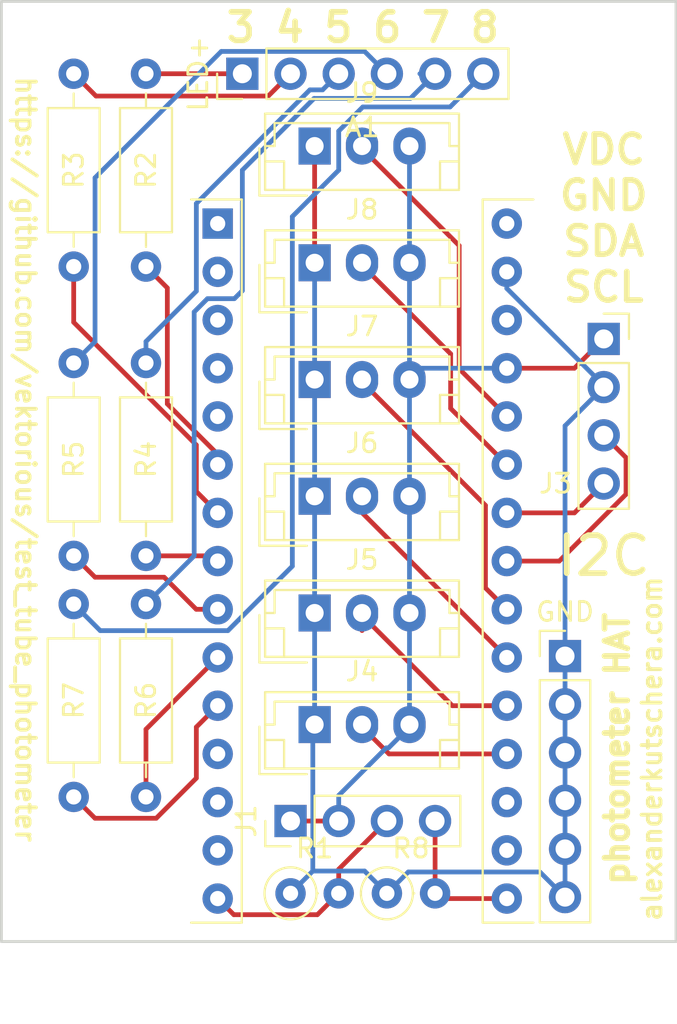
<source format=kicad_pcb>
(kicad_pcb (version 20171130) (host pcbnew "(5.1.12)-1")

  (general
    (thickness 1.6)
    (drawings 10)
    (tracks 140)
    (zones 0)
    (modules 21)
    (nets 25)
  )

  (page A4)
  (layers
    (0 F.Cu signal)
    (31 B.Cu signal)
    (32 B.Adhes user hide)
    (33 F.Adhes user hide)
    (34 B.Paste user hide)
    (35 F.Paste user hide)
    (36 B.SilkS user hide)
    (37 F.SilkS user hide)
    (38 B.Mask user hide)
    (39 F.Mask user hide)
    (40 Dwgs.User user hide)
    (41 Cmts.User user hide)
    (42 Eco1.User user hide)
    (43 Eco2.User user hide)
    (44 Edge.Cuts user)
    (45 Margin user hide)
    (46 B.CrtYd user hide)
    (47 F.CrtYd user hide)
    (48 B.Fab user hide)
    (49 F.Fab user hide)
  )

  (setup
    (last_trace_width 0.25)
    (trace_clearance 0.2)
    (zone_clearance 0.508)
    (zone_45_only no)
    (trace_min 0.2)
    (via_size 0.8)
    (via_drill 0.4)
    (via_min_size 0.4)
    (via_min_drill 0.3)
    (uvia_size 0.3)
    (uvia_drill 0.1)
    (uvias_allowed no)
    (uvia_min_size 0.2)
    (uvia_min_drill 0.1)
    (edge_width 0.15)
    (segment_width 0.2)
    (pcb_text_width 0.3)
    (pcb_text_size 1.5 1.5)
    (mod_edge_width 0.15)
    (mod_text_size 1 1)
    (mod_text_width 0.15)
    (pad_size 1.524 1.524)
    (pad_drill 0.762)
    (pad_to_mask_clearance 0.2)
    (aux_axis_origin 0 0)
    (visible_elements 7FFFFFFF)
    (pcbplotparams
      (layerselection 0x030ff_ffffffff)
      (usegerberextensions false)
      (usegerberattributes false)
      (usegerberadvancedattributes false)
      (creategerberjobfile false)
      (excludeedgelayer true)
      (linewidth 0.100000)
      (plotframeref false)
      (viasonmask false)
      (mode 1)
      (useauxorigin false)
      (hpglpennumber 1)
      (hpglpenspeed 20)
      (hpglpendiameter 15.000000)
      (psnegative false)
      (psa4output false)
      (plotreference true)
      (plotvalue true)
      (plotinvisibletext false)
      (padsonsilk false)
      (subtractmaskfromsilk false)
      (outputformat 1)
      (mirror false)
      (drillshape 0)
      (scaleselection 1)
      (outputdirectory "tt_nano_HAT_gerbers/"))
  )

  (net 0 "")
  (net 1 "Net-(A1-Pad19)")
  (net 2 "Net-(A1-Pad20)")
  (net 3 "Net-(A1-Pad21)")
  (net 4 "Net-(A1-Pad6)")
  (net 5 "Net-(A1-Pad22)")
  (net 6 "Net-(A1-Pad7)")
  (net 7 "Net-(A1-Pad23)")
  (net 8 "Net-(A1-Pad8)")
  (net 9 "Net-(A1-Pad24)")
  (net 10 "Net-(A1-Pad9)")
  (net 11 "Net-(A1-Pad25)")
  (net 12 "Net-(A1-Pad10)")
  (net 13 "Net-(A1-Pad26)")
  (net 14 "Net-(A1-Pad11)")
  (net 15 "Net-(A1-Pad27)")
  (net 16 "Net-(A1-Pad29)")
  (net 17 "Net-(A1-Pad15)")
  (net 18 "Net-(A1-Pad16)")
  (net 19 "Net-(J2-Pad1)")
  (net 20 "Net-(J2-Pad2)")
  (net 21 "Net-(J2-Pad3)")
  (net 22 "Net-(J2-Pad4)")
  (net 23 "Net-(J2-Pad5)")
  (net 24 "Net-(J2-Pad6)")

  (net_class Default "Dies ist die voreingestellte Netzklasse."
    (clearance 0.2)
    (trace_width 0.25)
    (via_dia 0.8)
    (via_drill 0.4)
    (uvia_dia 0.3)
    (uvia_drill 0.1)
    (add_net "Net-(A1-Pad10)")
    (add_net "Net-(A1-Pad11)")
    (add_net "Net-(A1-Pad15)")
    (add_net "Net-(A1-Pad16)")
    (add_net "Net-(A1-Pad19)")
    (add_net "Net-(A1-Pad20)")
    (add_net "Net-(A1-Pad21)")
    (add_net "Net-(A1-Pad22)")
    (add_net "Net-(A1-Pad23)")
    (add_net "Net-(A1-Pad24)")
    (add_net "Net-(A1-Pad25)")
    (add_net "Net-(A1-Pad26)")
    (add_net "Net-(A1-Pad27)")
    (add_net "Net-(A1-Pad29)")
    (add_net "Net-(A1-Pad6)")
    (add_net "Net-(A1-Pad7)")
    (add_net "Net-(A1-Pad8)")
    (add_net "Net-(A1-Pad9)")
    (add_net "Net-(J2-Pad1)")
    (add_net "Net-(J2-Pad2)")
    (add_net "Net-(J2-Pad3)")
    (add_net "Net-(J2-Pad4)")
    (add_net "Net-(J2-Pad5)")
    (add_net "Net-(J2-Pad6)")
  )

  (module MountingHole:MountingHole_2.5mm (layer F.Cu) (tedit 5C7EDEBA) (tstamp 5C8B2321)
    (at 154.67 87.9)
    (descr "Mounting Hole 2.5mm, no annular")
    (tags "mounting hole 2.5mm no annular")
    (attr virtual)
    (fp_text reference "" (at 0 -3.5) (layer F.SilkS)
      (effects (font (size 1 1) (thickness 0.15)))
    )
    (fp_text value MountingHole_2.5mm (at 0 3.5) (layer F.Fab)
      (effects (font (size 1 1) (thickness 0.15)))
    )
    (fp_circle (center 0 0) (end 2.75 0) (layer F.CrtYd) (width 0.05))
    (fp_circle (center 0 0) (end 2.5 0) (layer Cmts.User) (width 0.15))
    (fp_text user %R (at 0.3 0) (layer F.Fab)
      (effects (font (size 1 1) (thickness 0.15)))
    )
    (pad 1 np_thru_hole circle (at 0 0) (size 2.5 2.5) (drill 2.5) (layers *.Cu *.Mask))
  )

  (module Module:Arduino_Nano2 (layer F.Cu) (tedit 5BF973D9) (tstamp 5C05A1FC)
    (at 162.53 53.615001)
    (descr "Arduino Nano, http://www.mouser.com/pdfdocs/Gravitech_Arduino_Nano3_0.pdf")
    (tags "Arduino Nano")
    (path /5BEB4545)
    (fp_text reference A1 (at 7.62 -5.08) (layer F.SilkS)
      (effects (font (size 1 1) (thickness 0.15)))
    )
    (fp_text value Arduino_Nano_v3.x (at 8.89 19.05 90) (layer F.Fab)
      (effects (font (size 1 1) (thickness 0.15)))
    )
    (fp_line (start 16.75 42.16) (end -1.53 42.16) (layer F.CrtYd) (width 0.05))
    (fp_line (start 16.75 42.16) (end 16.75 -4.06) (layer F.CrtYd) (width 0.05))
    (fp_line (start -1.53 -4.06) (end -1.53 42.16) (layer F.CrtYd) (width 0.05))
    (fp_line (start -1.53 -4.06) (end 16.75 -4.06) (layer F.CrtYd) (width 0.05))
    (fp_line (start 16.51 -3.81) (end 16.51 39.37) (layer F.Fab) (width 0.1))
    (fp_line (start 0 -3.81) (end 16.51 -3.81) (layer F.Fab) (width 0.1))
    (fp_line (start -1.27 -2.54) (end 0 -3.81) (layer F.Fab) (width 0.1))
    (fp_line (start -1.27 39.37) (end -1.27 -2.54) (layer F.Fab) (width 0.1))
    (fp_line (start 16.51 39.37) (end -1.27 39.37) (layer F.Fab) (width 0.1))
    (fp_line (start 3.81 41.91) (end 3.81 31.75) (layer F.Fab) (width 0.1))
    (fp_line (start 11.43 41.91) (end 3.81 41.91) (layer F.Fab) (width 0.1))
    (fp_line (start 11.43 31.75) (end 11.43 41.91) (layer F.Fab) (width 0.1))
    (fp_line (start 3.81 31.75) (end 11.43 31.75) (layer F.Fab) (width 0.1))
    (fp_line (start 1.27 36.83) (end -1.4 36.83) (layer F.SilkS) (width 0.12))
    (fp_line (start 1.27 1.27) (end 1.27 36.83) (layer F.SilkS) (width 0.12))
    (fp_line (start 13.97 36.83) (end 16.64 36.83) (layer F.SilkS) (width 0.12))
    (fp_line (start 13.97 -1.27) (end 13.97 36.83) (layer F.SilkS) (width 0.12))
    (fp_line (start 13.97 -1.27) (end 16.64 -1.27) (layer F.SilkS) (width 0.12))
    (fp_line (start 1.27 -1.27) (end -1.4 -1.27) (layer F.SilkS) (width 0.12))
    (fp_line (start 1.27 1.27) (end 1.27 -1.27) (layer F.SilkS) (width 0.12))
    (fp_text user %R (at 6.35 19.05 90) (layer F.Fab)
      (effects (font (size 1 1) (thickness 0.15)))
    )
    (pad 1 thru_hole rect (at 0 0) (size 1.6 1.6) (drill 0.8) (layers *.Cu *.Mask))
    (pad 17 thru_hole oval (at 15.24 33.02) (size 1.6 1.6) (drill 0.8) (layers *.Cu *.Mask))
    (pad 2 thru_hole oval (at 0 2.54) (size 1.6 1.6) (drill 0.8) (layers *.Cu *.Mask))
    (pad 18 thru_hole oval (at 15.24 30.48) (size 1.6 1.6) (drill 0.8) (layers *.Cu *.Mask))
    (pad 3 thru_hole oval (at 0 5.08) (size 1.6 1.6) (drill 0.8) (layers *.Cu *.Mask))
    (pad 19 thru_hole oval (at 15.24 27.94) (size 1.6 1.6) (drill 0.8) (layers *.Cu *.Mask)
      (net 1 "Net-(A1-Pad19)"))
    (pad 4 thru_hole oval (at 0 7.62) (size 1.6 1.6) (drill 0.8) (layers *.Cu *.Mask))
    (pad 20 thru_hole oval (at 15.24 25.4) (size 1.6 1.6) (drill 0.8) (layers *.Cu *.Mask)
      (net 2 "Net-(A1-Pad20)"))
    (pad 5 thru_hole oval (at 0 10.16) (size 1.6 1.6) (drill 0.8) (layers *.Cu *.Mask))
    (pad 21 thru_hole oval (at 15.24 22.86) (size 1.6 1.6) (drill 0.8) (layers *.Cu *.Mask)
      (net 3 "Net-(A1-Pad21)"))
    (pad 6 thru_hole oval (at 0 12.7) (size 1.6 1.6) (drill 0.8) (layers *.Cu *.Mask)
      (net 4 "Net-(A1-Pad6)"))
    (pad 22 thru_hole oval (at 15.24 20.32) (size 1.6 1.6) (drill 0.8) (layers *.Cu *.Mask)
      (net 5 "Net-(A1-Pad22)"))
    (pad 7 thru_hole oval (at 0 15.24) (size 1.6 1.6) (drill 0.8) (layers *.Cu *.Mask)
      (net 6 "Net-(A1-Pad7)"))
    (pad 23 thru_hole oval (at 15.24 17.78) (size 1.6 1.6) (drill 0.8) (layers *.Cu *.Mask)
      (net 7 "Net-(A1-Pad23)"))
    (pad 8 thru_hole oval (at 0 17.78) (size 1.6 1.6) (drill 0.8) (layers *.Cu *.Mask)
      (net 8 "Net-(A1-Pad8)"))
    (pad 24 thru_hole oval (at 15.24 15.24) (size 1.6 1.6) (drill 0.8) (layers *.Cu *.Mask)
      (net 9 "Net-(A1-Pad24)"))
    (pad 9 thru_hole oval (at 0 20.32) (size 1.6 1.6) (drill 0.8) (layers *.Cu *.Mask)
      (net 10 "Net-(A1-Pad9)"))
    (pad 25 thru_hole oval (at 15.24 12.7) (size 1.6 1.6) (drill 0.8) (layers *.Cu *.Mask)
      (net 11 "Net-(A1-Pad25)"))
    (pad 10 thru_hole oval (at 0 22.86) (size 1.6 1.6) (drill 0.8) (layers *.Cu *.Mask)
      (net 12 "Net-(A1-Pad10)"))
    (pad 26 thru_hole oval (at 15.24 10.16) (size 1.6 1.6) (drill 0.8) (layers *.Cu *.Mask)
      (net 13 "Net-(A1-Pad26)"))
    (pad 11 thru_hole oval (at 0 25.4) (size 1.6 1.6) (drill 0.8) (layers *.Cu *.Mask)
      (net 14 "Net-(A1-Pad11)"))
    (pad 27 thru_hole oval (at 15.24 7.62) (size 1.6 1.6) (drill 0.8) (layers *.Cu *.Mask)
      (net 15 "Net-(A1-Pad27)"))
    (pad 12 thru_hole oval (at 0 27.94) (size 1.6 1.6) (drill 0.8) (layers *.Cu *.Mask))
    (pad 28 thru_hole oval (at 15.24 5.08) (size 1.6 1.6) (drill 0.8) (layers *.Cu *.Mask))
    (pad 13 thru_hole oval (at 0 30.48) (size 1.6 1.6) (drill 0.8) (layers *.Cu *.Mask))
    (pad 29 thru_hole oval (at 15.24 2.54) (size 1.6 1.6) (drill 0.8) (layers *.Cu *.Mask)
      (net 16 "Net-(A1-Pad29)"))
    (pad 14 thru_hole oval (at 0 33.02) (size 1.6 1.6) (drill 0.8) (layers *.Cu *.Mask))
    (pad 30 thru_hole oval (at 15.24 0) (size 1.6 1.6) (drill 0.8) (layers *.Cu *.Mask))
    (pad 15 thru_hole oval (at 0 35.56) (size 1.6 1.6) (drill 0.8) (layers *.Cu *.Mask)
      (net 17 "Net-(A1-Pad15)"))
    (pad 16 thru_hole oval (at 15.24 35.56) (size 1.6 1.6) (drill 0.8) (layers *.Cu *.Mask)
      (net 18 "Net-(A1-Pad16)"))
    (model ${KISYS3DMOD}/Module.3dshapes/Arduino_Nano_WithMountingHoles.wrl
      (at (xyz 0 0 0))
      (scale (xyz 1 1 1))
      (rotate (xyz 0 0 0))
    )
  )

  (module Connector_PinHeader_2.54mm:PinHeader_1x06_P2.54mm_Vertical (layer F.Cu) (tedit 5C7856B0) (tstamp 5C05A216)
    (at 163.83 45.72 90)
    (descr "Through hole straight pin header, 1x06, 2.54mm pitch, single row")
    (tags "Through hole pin header THT 1x06 2.54mm single row")
    (path /5BF6C44D)
    (fp_text reference LED+ (at 0 -2.33 90) (layer F.SilkS)
      (effects (font (size 1 1) (thickness 0.15)))
    )
    (fp_text value Conn_01x06_Male (at 0 15.03 90) (layer F.Fab)
      (effects (font (size 1 1) (thickness 0.15)))
    )
    (fp_line (start 1.8 -1.8) (end -1.8 -1.8) (layer F.CrtYd) (width 0.05))
    (fp_line (start 1.8 14.5) (end 1.8 -1.8) (layer F.CrtYd) (width 0.05))
    (fp_line (start -1.8 14.5) (end 1.8 14.5) (layer F.CrtYd) (width 0.05))
    (fp_line (start -1.8 -1.8) (end -1.8 14.5) (layer F.CrtYd) (width 0.05))
    (fp_line (start -1.33 -1.33) (end 0 -1.33) (layer F.SilkS) (width 0.12))
    (fp_line (start -1.33 0) (end -1.33 -1.33) (layer F.SilkS) (width 0.12))
    (fp_line (start -1.33 1.27) (end 1.33 1.27) (layer F.SilkS) (width 0.12))
    (fp_line (start 1.33 1.27) (end 1.33 14.03) (layer F.SilkS) (width 0.12))
    (fp_line (start -1.33 1.27) (end -1.33 14.03) (layer F.SilkS) (width 0.12))
    (fp_line (start -1.33 14.03) (end 1.33 14.03) (layer F.SilkS) (width 0.12))
    (fp_line (start -1.27 -0.635) (end -0.635 -1.27) (layer F.Fab) (width 0.1))
    (fp_line (start -1.27 13.97) (end -1.27 -0.635) (layer F.Fab) (width 0.1))
    (fp_line (start 1.27 13.97) (end -1.27 13.97) (layer F.Fab) (width 0.1))
    (fp_line (start 1.27 -1.27) (end 1.27 13.97) (layer F.Fab) (width 0.1))
    (fp_line (start -0.635 -1.27) (end 1.27 -1.27) (layer F.Fab) (width 0.1))
    (fp_text user %R (at 0 6.35 180) (layer F.Fab)
      (effects (font (size 1 1) (thickness 0.15)))
    )
    (pad 1 thru_hole rect (at 0 0 90) (size 1.7 1.7) (drill 1) (layers *.Cu *.Mask)
      (net 19 "Net-(J2-Pad1)"))
    (pad 2 thru_hole oval (at 0 2.54 90) (size 1.7 1.7) (drill 1) (layers *.Cu *.Mask)
      (net 20 "Net-(J2-Pad2)"))
    (pad 3 thru_hole oval (at 0 5.08 90) (size 1.7 1.7) (drill 1) (layers *.Cu *.Mask)
      (net 21 "Net-(J2-Pad3)"))
    (pad 4 thru_hole oval (at 0 7.62 90) (size 1.7 1.7) (drill 1) (layers *.Cu *.Mask)
      (net 22 "Net-(J2-Pad4)"))
    (pad 5 thru_hole oval (at 0 10.16 90) (size 1.7 1.7) (drill 1) (layers *.Cu *.Mask)
      (net 23 "Net-(J2-Pad5)"))
    (pad 6 thru_hole oval (at 0 12.7 90) (size 1.7 1.7) (drill 1) (layers *.Cu *.Mask)
      (net 24 "Net-(J2-Pad6)"))
    (model ${KISYS3DMOD}/Connector_PinHeader_2.54mm.3dshapes/PinHeader_1x06_P2.54mm_Vertical.wrl
      (at (xyz 0 0 0))
      (scale (xyz 1 1 1))
      (rotate (xyz 0 0 0))
    )
  )

  (module Connector_PinSocket_2.54mm:PinSocket_1x04_P2.54mm_Vertical (layer F.Cu) (tedit 5C785760) (tstamp 5C05A22E)
    (at 182.88 59.69)
    (descr "Through hole straight socket strip, 1x04, 2.54mm pitch, single row (from Kicad 4.0.7), script generated")
    (tags "Through hole socket strip THT 1x04 2.54mm single row")
    (path /5BF65B72)
    (fp_text reference J3 (at -2.54 7.62) (layer F.SilkS)
      (effects (font (size 1 1) (thickness 0.15)))
    )
    (fp_text value Conn_01x04_Female (at 0 10.39) (layer F.Fab)
      (effects (font (size 1 1) (thickness 0.15)))
    )
    (fp_line (start -1.8 9.4) (end -1.8 -1.8) (layer F.CrtYd) (width 0.05))
    (fp_line (start 1.75 9.4) (end -1.8 9.4) (layer F.CrtYd) (width 0.05))
    (fp_line (start 1.75 -1.8) (end 1.75 9.4) (layer F.CrtYd) (width 0.05))
    (fp_line (start -1.8 -1.8) (end 1.75 -1.8) (layer F.CrtYd) (width 0.05))
    (fp_line (start 0 -1.33) (end 1.33 -1.33) (layer F.SilkS) (width 0.12))
    (fp_line (start 1.33 -1.33) (end 1.33 0) (layer F.SilkS) (width 0.12))
    (fp_line (start 1.33 1.27) (end 1.33 8.95) (layer F.SilkS) (width 0.12))
    (fp_line (start -1.33 8.95) (end 1.33 8.95) (layer F.SilkS) (width 0.12))
    (fp_line (start -1.33 1.27) (end -1.33 8.95) (layer F.SilkS) (width 0.12))
    (fp_line (start -1.33 1.27) (end 1.33 1.27) (layer F.SilkS) (width 0.12))
    (fp_line (start -1.27 8.89) (end -1.27 -1.27) (layer F.Fab) (width 0.1))
    (fp_line (start 1.27 8.89) (end -1.27 8.89) (layer F.Fab) (width 0.1))
    (fp_line (start 1.27 -0.635) (end 1.27 8.89) (layer F.Fab) (width 0.1))
    (fp_line (start 0.635 -1.27) (end 1.27 -0.635) (layer F.Fab) (width 0.1))
    (fp_line (start -1.27 -1.27) (end 0.635 -1.27) (layer F.Fab) (width 0.1))
    (fp_text user %R (at 0 3.81 90) (layer F.Fab)
      (effects (font (size 1 1) (thickness 0.15)))
    )
    (pad 1 thru_hole rect (at 0 0) (size 1.7 1.7) (drill 1) (layers *.Cu *.Mask)
      (net 15 "Net-(A1-Pad27)"))
    (pad 2 thru_hole oval (at 0 2.54) (size 1.7 1.7) (drill 1) (layers *.Cu *.Mask)
      (net 16 "Net-(A1-Pad29)"))
    (pad 3 thru_hole oval (at 0 5.08) (size 1.7 1.7) (drill 1) (layers *.Cu *.Mask)
      (net 7 "Net-(A1-Pad23)"))
    (pad 4 thru_hole oval (at 0 7.62) (size 1.7 1.7) (drill 1) (layers *.Cu *.Mask)
      (net 9 "Net-(A1-Pad24)"))
    (model ${KISYS3DMOD}/Connector_PinSocket_2.54mm.3dshapes/PinSocket_1x04_P2.54mm_Vertical.wrl
      (at (xyz 0 0 0))
      (scale (xyz 1 1 1))
      (rotate (xyz 0 0 0))
    )
  )

  (module Connector_JST:JST_EH_B03B-EH-A_1x03_P2.50mm_Vertical (layer F.Cu) (tedit 5A0EB040) (tstamp 5C05A24F)
    (at 167.64 80.01)
    (descr "JST EH series connector, B03B-EH-A (http://www.jst-mfg.com/product/pdf/eng/eEH.pdf), generated with kicad-footprint-generator")
    (tags "connector JST EH side entry")
    (path /5BF5C584)
    (fp_text reference J4 (at 2.5 -2.8) (layer F.SilkS)
      (effects (font (size 1 1) (thickness 0.15)))
    )
    (fp_text value Conn_01x03_Male (at 2.5 3.4) (layer F.Fab)
      (effects (font (size 1 1) (thickness 0.15)))
    )
    (fp_line (start -2.5 -1.6) (end -2.5 2.2) (layer F.Fab) (width 0.1))
    (fp_line (start -2.5 2.2) (end 7.5 2.2) (layer F.Fab) (width 0.1))
    (fp_line (start 7.5 2.2) (end 7.5 -1.6) (layer F.Fab) (width 0.1))
    (fp_line (start 7.5 -1.6) (end -2.5 -1.6) (layer F.Fab) (width 0.1))
    (fp_line (start -3 -2.1) (end -3 2.7) (layer F.CrtYd) (width 0.05))
    (fp_line (start -3 2.7) (end 8 2.7) (layer F.CrtYd) (width 0.05))
    (fp_line (start 8 2.7) (end 8 -2.1) (layer F.CrtYd) (width 0.05))
    (fp_line (start 8 -2.1) (end -3 -2.1) (layer F.CrtYd) (width 0.05))
    (fp_line (start -2.61 -1.71) (end -2.61 2.31) (layer F.SilkS) (width 0.12))
    (fp_line (start -2.61 2.31) (end 7.61 2.31) (layer F.SilkS) (width 0.12))
    (fp_line (start 7.61 2.31) (end 7.61 -1.71) (layer F.SilkS) (width 0.12))
    (fp_line (start 7.61 -1.71) (end -2.61 -1.71) (layer F.SilkS) (width 0.12))
    (fp_line (start -2.61 0) (end -2.11 0) (layer F.SilkS) (width 0.12))
    (fp_line (start -2.11 0) (end -2.11 -1.21) (layer F.SilkS) (width 0.12))
    (fp_line (start -2.11 -1.21) (end 7.11 -1.21) (layer F.SilkS) (width 0.12))
    (fp_line (start 7.11 -1.21) (end 7.11 0) (layer F.SilkS) (width 0.12))
    (fp_line (start 7.11 0) (end 7.61 0) (layer F.SilkS) (width 0.12))
    (fp_line (start -2.61 0.81) (end -1.61 0.81) (layer F.SilkS) (width 0.12))
    (fp_line (start -1.61 0.81) (end -1.61 2.31) (layer F.SilkS) (width 0.12))
    (fp_line (start 7.61 0.81) (end 6.61 0.81) (layer F.SilkS) (width 0.12))
    (fp_line (start 6.61 0.81) (end 6.61 2.31) (layer F.SilkS) (width 0.12))
    (fp_line (start -2.91 0.11) (end -2.91 2.61) (layer F.SilkS) (width 0.12))
    (fp_line (start -2.91 2.61) (end -0.41 2.61) (layer F.SilkS) (width 0.12))
    (fp_line (start -2.91 0.11) (end -2.91 2.61) (layer F.Fab) (width 0.1))
    (fp_line (start -2.91 2.61) (end -0.41 2.61) (layer F.Fab) (width 0.1))
    (fp_text user %R (at 2.5 1.5) (layer F.Fab)
      (effects (font (size 1 1) (thickness 0.15)))
    )
    (pad 3 thru_hole oval (at 5 0) (size 1.7 1.95) (drill 0.95) (layers *.Cu *.Mask)
      (net 15 "Net-(A1-Pad27)"))
    (pad 2 thru_hole oval (at 2.5 0) (size 1.7 1.95) (drill 0.95) (layers *.Cu *.Mask)
      (net 1 "Net-(A1-Pad19)"))
    (pad 1 thru_hole rect (at 0 0) (size 1.7 1.95) (drill 0.95) (layers *.Cu *.Mask)
      (net 16 "Net-(A1-Pad29)"))
    (model ${KISYS3DMOD}/Connector_JST.3dshapes/JST_EH_B03B-EH-A_1x03_P2.50mm_Vertical.wrl
      (at (xyz 0 0 0))
      (scale (xyz 1 1 1))
      (rotate (xyz 0 0 0))
    )
  )

  (module Connector_JST:JST_EH_B03B-EH-A_1x03_P2.50mm_Vertical (layer F.Cu) (tedit 5A0EB040) (tstamp 5C05A270)
    (at 167.64 74.13)
    (descr "JST EH series connector, B03B-EH-A (http://www.jst-mfg.com/product/pdf/eng/eEH.pdf), generated with kicad-footprint-generator")
    (tags "connector JST EH side entry")
    (path /5BF5C540)
    (fp_text reference J5 (at 2.5 -2.8) (layer F.SilkS)
      (effects (font (size 1 1) (thickness 0.15)))
    )
    (fp_text value Conn_01x03_Male (at 2.5 3.4) (layer F.Fab)
      (effects (font (size 1 1) (thickness 0.15)))
    )
    (fp_line (start -2.91 2.61) (end -0.41 2.61) (layer F.Fab) (width 0.1))
    (fp_line (start -2.91 0.11) (end -2.91 2.61) (layer F.Fab) (width 0.1))
    (fp_line (start -2.91 2.61) (end -0.41 2.61) (layer F.SilkS) (width 0.12))
    (fp_line (start -2.91 0.11) (end -2.91 2.61) (layer F.SilkS) (width 0.12))
    (fp_line (start 6.61 0.81) (end 6.61 2.31) (layer F.SilkS) (width 0.12))
    (fp_line (start 7.61 0.81) (end 6.61 0.81) (layer F.SilkS) (width 0.12))
    (fp_line (start -1.61 0.81) (end -1.61 2.31) (layer F.SilkS) (width 0.12))
    (fp_line (start -2.61 0.81) (end -1.61 0.81) (layer F.SilkS) (width 0.12))
    (fp_line (start 7.11 0) (end 7.61 0) (layer F.SilkS) (width 0.12))
    (fp_line (start 7.11 -1.21) (end 7.11 0) (layer F.SilkS) (width 0.12))
    (fp_line (start -2.11 -1.21) (end 7.11 -1.21) (layer F.SilkS) (width 0.12))
    (fp_line (start -2.11 0) (end -2.11 -1.21) (layer F.SilkS) (width 0.12))
    (fp_line (start -2.61 0) (end -2.11 0) (layer F.SilkS) (width 0.12))
    (fp_line (start 7.61 -1.71) (end -2.61 -1.71) (layer F.SilkS) (width 0.12))
    (fp_line (start 7.61 2.31) (end 7.61 -1.71) (layer F.SilkS) (width 0.12))
    (fp_line (start -2.61 2.31) (end 7.61 2.31) (layer F.SilkS) (width 0.12))
    (fp_line (start -2.61 -1.71) (end -2.61 2.31) (layer F.SilkS) (width 0.12))
    (fp_line (start 8 -2.1) (end -3 -2.1) (layer F.CrtYd) (width 0.05))
    (fp_line (start 8 2.7) (end 8 -2.1) (layer F.CrtYd) (width 0.05))
    (fp_line (start -3 2.7) (end 8 2.7) (layer F.CrtYd) (width 0.05))
    (fp_line (start -3 -2.1) (end -3 2.7) (layer F.CrtYd) (width 0.05))
    (fp_line (start 7.5 -1.6) (end -2.5 -1.6) (layer F.Fab) (width 0.1))
    (fp_line (start 7.5 2.2) (end 7.5 -1.6) (layer F.Fab) (width 0.1))
    (fp_line (start -2.5 2.2) (end 7.5 2.2) (layer F.Fab) (width 0.1))
    (fp_line (start -2.5 -1.6) (end -2.5 2.2) (layer F.Fab) (width 0.1))
    (fp_text user %R (at 2.5 1.5) (layer F.Fab)
      (effects (font (size 1 1) (thickness 0.15)))
    )
    (pad 1 thru_hole rect (at 0 0) (size 1.7 1.95) (drill 0.95) (layers *.Cu *.Mask)
      (net 16 "Net-(A1-Pad29)"))
    (pad 2 thru_hole oval (at 2.5 0) (size 1.7 1.95) (drill 0.95) (layers *.Cu *.Mask)
      (net 2 "Net-(A1-Pad20)"))
    (pad 3 thru_hole oval (at 5 0) (size 1.7 1.95) (drill 0.95) (layers *.Cu *.Mask)
      (net 15 "Net-(A1-Pad27)"))
    (model ${KISYS3DMOD}/Connector_JST.3dshapes/JST_EH_B03B-EH-A_1x03_P2.50mm_Vertical.wrl
      (at (xyz 0 0 0))
      (scale (xyz 1 1 1))
      (rotate (xyz 0 0 0))
    )
  )

  (module Connector_JST:JST_EH_B03B-EH-A_1x03_P2.50mm_Vertical (layer F.Cu) (tedit 5A0EB040) (tstamp 5C05A291)
    (at 167.64 67.98)
    (descr "JST EH series connector, B03B-EH-A (http://www.jst-mfg.com/product/pdf/eng/eEH.pdf), generated with kicad-footprint-generator")
    (tags "connector JST EH side entry")
    (path /5BF5C510)
    (fp_text reference J6 (at 2.5 -2.8) (layer F.SilkS)
      (effects (font (size 1 1) (thickness 0.15)))
    )
    (fp_text value Conn_01x03_Male (at 2.5 3.4) (layer F.Fab)
      (effects (font (size 1 1) (thickness 0.15)))
    )
    (fp_line (start -2.5 -1.6) (end -2.5 2.2) (layer F.Fab) (width 0.1))
    (fp_line (start -2.5 2.2) (end 7.5 2.2) (layer F.Fab) (width 0.1))
    (fp_line (start 7.5 2.2) (end 7.5 -1.6) (layer F.Fab) (width 0.1))
    (fp_line (start 7.5 -1.6) (end -2.5 -1.6) (layer F.Fab) (width 0.1))
    (fp_line (start -3 -2.1) (end -3 2.7) (layer F.CrtYd) (width 0.05))
    (fp_line (start -3 2.7) (end 8 2.7) (layer F.CrtYd) (width 0.05))
    (fp_line (start 8 2.7) (end 8 -2.1) (layer F.CrtYd) (width 0.05))
    (fp_line (start 8 -2.1) (end -3 -2.1) (layer F.CrtYd) (width 0.05))
    (fp_line (start -2.61 -1.71) (end -2.61 2.31) (layer F.SilkS) (width 0.12))
    (fp_line (start -2.61 2.31) (end 7.61 2.31) (layer F.SilkS) (width 0.12))
    (fp_line (start 7.61 2.31) (end 7.61 -1.71) (layer F.SilkS) (width 0.12))
    (fp_line (start 7.61 -1.71) (end -2.61 -1.71) (layer F.SilkS) (width 0.12))
    (fp_line (start -2.61 0) (end -2.11 0) (layer F.SilkS) (width 0.12))
    (fp_line (start -2.11 0) (end -2.11 -1.21) (layer F.SilkS) (width 0.12))
    (fp_line (start -2.11 -1.21) (end 7.11 -1.21) (layer F.SilkS) (width 0.12))
    (fp_line (start 7.11 -1.21) (end 7.11 0) (layer F.SilkS) (width 0.12))
    (fp_line (start 7.11 0) (end 7.61 0) (layer F.SilkS) (width 0.12))
    (fp_line (start -2.61 0.81) (end -1.61 0.81) (layer F.SilkS) (width 0.12))
    (fp_line (start -1.61 0.81) (end -1.61 2.31) (layer F.SilkS) (width 0.12))
    (fp_line (start 7.61 0.81) (end 6.61 0.81) (layer F.SilkS) (width 0.12))
    (fp_line (start 6.61 0.81) (end 6.61 2.31) (layer F.SilkS) (width 0.12))
    (fp_line (start -2.91 0.11) (end -2.91 2.61) (layer F.SilkS) (width 0.12))
    (fp_line (start -2.91 2.61) (end -0.41 2.61) (layer F.SilkS) (width 0.12))
    (fp_line (start -2.91 0.11) (end -2.91 2.61) (layer F.Fab) (width 0.1))
    (fp_line (start -2.91 2.61) (end -0.41 2.61) (layer F.Fab) (width 0.1))
    (fp_text user %R (at 2.5 1.5) (layer F.Fab)
      (effects (font (size 1 1) (thickness 0.15)))
    )
    (pad 3 thru_hole oval (at 5 0) (size 1.7 1.95) (drill 0.95) (layers *.Cu *.Mask)
      (net 15 "Net-(A1-Pad27)"))
    (pad 2 thru_hole oval (at 2.5 0) (size 1.7 1.95) (drill 0.95) (layers *.Cu *.Mask)
      (net 3 "Net-(A1-Pad21)"))
    (pad 1 thru_hole rect (at 0 0) (size 1.7 1.95) (drill 0.95) (layers *.Cu *.Mask)
      (net 16 "Net-(A1-Pad29)"))
    (model ${KISYS3DMOD}/Connector_JST.3dshapes/JST_EH_B03B-EH-A_1x03_P2.50mm_Vertical.wrl
      (at (xyz 0 0 0))
      (scale (xyz 1 1 1))
      (rotate (xyz 0 0 0))
    )
  )

  (module Connector_JST:JST_EH_B03B-EH-A_1x03_P2.50mm_Vertical (layer F.Cu) (tedit 5A0EB040) (tstamp 5C05A2B2)
    (at 167.64 61.83)
    (descr "JST EH series connector, B03B-EH-A (http://www.jst-mfg.com/product/pdf/eng/eEH.pdf), generated with kicad-footprint-generator")
    (tags "connector JST EH side entry")
    (path /5BF5C4E4)
    (fp_text reference J7 (at 2.5 -2.8) (layer F.SilkS)
      (effects (font (size 1 1) (thickness 0.15)))
    )
    (fp_text value Conn_01x03_Male (at 2.5 3.4) (layer F.Fab)
      (effects (font (size 1 1) (thickness 0.15)))
    )
    (fp_line (start -2.91 2.61) (end -0.41 2.61) (layer F.Fab) (width 0.1))
    (fp_line (start -2.91 0.11) (end -2.91 2.61) (layer F.Fab) (width 0.1))
    (fp_line (start -2.91 2.61) (end -0.41 2.61) (layer F.SilkS) (width 0.12))
    (fp_line (start -2.91 0.11) (end -2.91 2.61) (layer F.SilkS) (width 0.12))
    (fp_line (start 6.61 0.81) (end 6.61 2.31) (layer F.SilkS) (width 0.12))
    (fp_line (start 7.61 0.81) (end 6.61 0.81) (layer F.SilkS) (width 0.12))
    (fp_line (start -1.61 0.81) (end -1.61 2.31) (layer F.SilkS) (width 0.12))
    (fp_line (start -2.61 0.81) (end -1.61 0.81) (layer F.SilkS) (width 0.12))
    (fp_line (start 7.11 0) (end 7.61 0) (layer F.SilkS) (width 0.12))
    (fp_line (start 7.11 -1.21) (end 7.11 0) (layer F.SilkS) (width 0.12))
    (fp_line (start -2.11 -1.21) (end 7.11 -1.21) (layer F.SilkS) (width 0.12))
    (fp_line (start -2.11 0) (end -2.11 -1.21) (layer F.SilkS) (width 0.12))
    (fp_line (start -2.61 0) (end -2.11 0) (layer F.SilkS) (width 0.12))
    (fp_line (start 7.61 -1.71) (end -2.61 -1.71) (layer F.SilkS) (width 0.12))
    (fp_line (start 7.61 2.31) (end 7.61 -1.71) (layer F.SilkS) (width 0.12))
    (fp_line (start -2.61 2.31) (end 7.61 2.31) (layer F.SilkS) (width 0.12))
    (fp_line (start -2.61 -1.71) (end -2.61 2.31) (layer F.SilkS) (width 0.12))
    (fp_line (start 8 -2.1) (end -3 -2.1) (layer F.CrtYd) (width 0.05))
    (fp_line (start 8 2.7) (end 8 -2.1) (layer F.CrtYd) (width 0.05))
    (fp_line (start -3 2.7) (end 8 2.7) (layer F.CrtYd) (width 0.05))
    (fp_line (start -3 -2.1) (end -3 2.7) (layer F.CrtYd) (width 0.05))
    (fp_line (start 7.5 -1.6) (end -2.5 -1.6) (layer F.Fab) (width 0.1))
    (fp_line (start 7.5 2.2) (end 7.5 -1.6) (layer F.Fab) (width 0.1))
    (fp_line (start -2.5 2.2) (end 7.5 2.2) (layer F.Fab) (width 0.1))
    (fp_line (start -2.5 -1.6) (end -2.5 2.2) (layer F.Fab) (width 0.1))
    (fp_text user %R (at 2.5 1.5) (layer F.Fab)
      (effects (font (size 1 1) (thickness 0.15)))
    )
    (pad 1 thru_hole rect (at 0 0) (size 1.7 1.95) (drill 0.95) (layers *.Cu *.Mask)
      (net 16 "Net-(A1-Pad29)"))
    (pad 2 thru_hole oval (at 2.5 0) (size 1.7 1.95) (drill 0.95) (layers *.Cu *.Mask)
      (net 5 "Net-(A1-Pad22)"))
    (pad 3 thru_hole oval (at 5 0) (size 1.7 1.95) (drill 0.95) (layers *.Cu *.Mask)
      (net 15 "Net-(A1-Pad27)"))
    (model ${KISYS3DMOD}/Connector_JST.3dshapes/JST_EH_B03B-EH-A_1x03_P2.50mm_Vertical.wrl
      (at (xyz 0 0 0))
      (scale (xyz 1 1 1))
      (rotate (xyz 0 0 0))
    )
  )

  (module Connector_JST:JST_EH_B03B-EH-A_1x03_P2.50mm_Vertical (layer F.Cu) (tedit 5A0EB040) (tstamp 5C05A2D3)
    (at 167.64 55.68)
    (descr "JST EH series connector, B03B-EH-A (http://www.jst-mfg.com/product/pdf/eng/eEH.pdf), generated with kicad-footprint-generator")
    (tags "connector JST EH side entry")
    (path /5BF5C4B0)
    (fp_text reference J8 (at 2.5 -2.8) (layer F.SilkS)
      (effects (font (size 1 1) (thickness 0.15)))
    )
    (fp_text value Conn_01x03_Male (at 2.5 3.4) (layer F.Fab)
      (effects (font (size 1 1) (thickness 0.15)))
    )
    (fp_line (start -2.5 -1.6) (end -2.5 2.2) (layer F.Fab) (width 0.1))
    (fp_line (start -2.5 2.2) (end 7.5 2.2) (layer F.Fab) (width 0.1))
    (fp_line (start 7.5 2.2) (end 7.5 -1.6) (layer F.Fab) (width 0.1))
    (fp_line (start 7.5 -1.6) (end -2.5 -1.6) (layer F.Fab) (width 0.1))
    (fp_line (start -3 -2.1) (end -3 2.7) (layer F.CrtYd) (width 0.05))
    (fp_line (start -3 2.7) (end 8 2.7) (layer F.CrtYd) (width 0.05))
    (fp_line (start 8 2.7) (end 8 -2.1) (layer F.CrtYd) (width 0.05))
    (fp_line (start 8 -2.1) (end -3 -2.1) (layer F.CrtYd) (width 0.05))
    (fp_line (start -2.61 -1.71) (end -2.61 2.31) (layer F.SilkS) (width 0.12))
    (fp_line (start -2.61 2.31) (end 7.61 2.31) (layer F.SilkS) (width 0.12))
    (fp_line (start 7.61 2.31) (end 7.61 -1.71) (layer F.SilkS) (width 0.12))
    (fp_line (start 7.61 -1.71) (end -2.61 -1.71) (layer F.SilkS) (width 0.12))
    (fp_line (start -2.61 0) (end -2.11 0) (layer F.SilkS) (width 0.12))
    (fp_line (start -2.11 0) (end -2.11 -1.21) (layer F.SilkS) (width 0.12))
    (fp_line (start -2.11 -1.21) (end 7.11 -1.21) (layer F.SilkS) (width 0.12))
    (fp_line (start 7.11 -1.21) (end 7.11 0) (layer F.SilkS) (width 0.12))
    (fp_line (start 7.11 0) (end 7.61 0) (layer F.SilkS) (width 0.12))
    (fp_line (start -2.61 0.81) (end -1.61 0.81) (layer F.SilkS) (width 0.12))
    (fp_line (start -1.61 0.81) (end -1.61 2.31) (layer F.SilkS) (width 0.12))
    (fp_line (start 7.61 0.81) (end 6.61 0.81) (layer F.SilkS) (width 0.12))
    (fp_line (start 6.61 0.81) (end 6.61 2.31) (layer F.SilkS) (width 0.12))
    (fp_line (start -2.91 0.11) (end -2.91 2.61) (layer F.SilkS) (width 0.12))
    (fp_line (start -2.91 2.61) (end -0.41 2.61) (layer F.SilkS) (width 0.12))
    (fp_line (start -2.91 0.11) (end -2.91 2.61) (layer F.Fab) (width 0.1))
    (fp_line (start -2.91 2.61) (end -0.41 2.61) (layer F.Fab) (width 0.1))
    (fp_text user %R (at 2.5 1.5) (layer F.Fab)
      (effects (font (size 1 1) (thickness 0.15)))
    )
    (pad 3 thru_hole oval (at 5 0) (size 1.7 1.95) (drill 0.95) (layers *.Cu *.Mask)
      (net 15 "Net-(A1-Pad27)"))
    (pad 2 thru_hole oval (at 2.5 0) (size 1.7 1.95) (drill 0.95) (layers *.Cu *.Mask)
      (net 11 "Net-(A1-Pad25)"))
    (pad 1 thru_hole rect (at 0 0) (size 1.7 1.95) (drill 0.95) (layers *.Cu *.Mask)
      (net 16 "Net-(A1-Pad29)"))
    (model ${KISYS3DMOD}/Connector_JST.3dshapes/JST_EH_B03B-EH-A_1x03_P2.50mm_Vertical.wrl
      (at (xyz 0 0 0))
      (scale (xyz 1 1 1))
      (rotate (xyz 0 0 0))
    )
  )

  (module Connector_JST:JST_EH_B03B-EH-A_1x03_P2.50mm_Vertical (layer F.Cu) (tedit 5A0EB040) (tstamp 5C05A2F4)
    (at 167.64 49.53)
    (descr "JST EH series connector, B03B-EH-A (http://www.jst-mfg.com/product/pdf/eng/eEH.pdf), generated with kicad-footprint-generator")
    (tags "connector JST EH side entry")
    (path /5BF5C222)
    (fp_text reference J9 (at 2.5 -2.8) (layer F.SilkS)
      (effects (font (size 1 1) (thickness 0.15)))
    )
    (fp_text value Conn_01x03_Male (at 2.5 3.4) (layer F.Fab)
      (effects (font (size 1 1) (thickness 0.15)))
    )
    (fp_line (start -2.91 2.61) (end -0.41 2.61) (layer F.Fab) (width 0.1))
    (fp_line (start -2.91 0.11) (end -2.91 2.61) (layer F.Fab) (width 0.1))
    (fp_line (start -2.91 2.61) (end -0.41 2.61) (layer F.SilkS) (width 0.12))
    (fp_line (start -2.91 0.11) (end -2.91 2.61) (layer F.SilkS) (width 0.12))
    (fp_line (start 6.61 0.81) (end 6.61 2.31) (layer F.SilkS) (width 0.12))
    (fp_line (start 7.61 0.81) (end 6.61 0.81) (layer F.SilkS) (width 0.12))
    (fp_line (start -1.61 0.81) (end -1.61 2.31) (layer F.SilkS) (width 0.12))
    (fp_line (start -2.61 0.81) (end -1.61 0.81) (layer F.SilkS) (width 0.12))
    (fp_line (start 7.11 0) (end 7.61 0) (layer F.SilkS) (width 0.12))
    (fp_line (start 7.11 -1.21) (end 7.11 0) (layer F.SilkS) (width 0.12))
    (fp_line (start -2.11 -1.21) (end 7.11 -1.21) (layer F.SilkS) (width 0.12))
    (fp_line (start -2.11 0) (end -2.11 -1.21) (layer F.SilkS) (width 0.12))
    (fp_line (start -2.61 0) (end -2.11 0) (layer F.SilkS) (width 0.12))
    (fp_line (start 7.61 -1.71) (end -2.61 -1.71) (layer F.SilkS) (width 0.12))
    (fp_line (start 7.61 2.31) (end 7.61 -1.71) (layer F.SilkS) (width 0.12))
    (fp_line (start -2.61 2.31) (end 7.61 2.31) (layer F.SilkS) (width 0.12))
    (fp_line (start -2.61 -1.71) (end -2.61 2.31) (layer F.SilkS) (width 0.12))
    (fp_line (start 8 -2.1) (end -3 -2.1) (layer F.CrtYd) (width 0.05))
    (fp_line (start 8 2.7) (end 8 -2.1) (layer F.CrtYd) (width 0.05))
    (fp_line (start -3 2.7) (end 8 2.7) (layer F.CrtYd) (width 0.05))
    (fp_line (start -3 -2.1) (end -3 2.7) (layer F.CrtYd) (width 0.05))
    (fp_line (start 7.5 -1.6) (end -2.5 -1.6) (layer F.Fab) (width 0.1))
    (fp_line (start 7.5 2.2) (end 7.5 -1.6) (layer F.Fab) (width 0.1))
    (fp_line (start -2.5 2.2) (end 7.5 2.2) (layer F.Fab) (width 0.1))
    (fp_line (start -2.5 -1.6) (end -2.5 2.2) (layer F.Fab) (width 0.1))
    (fp_text user %R (at 2.5 1.5) (layer F.Fab)
      (effects (font (size 1 1) (thickness 0.15)))
    )
    (pad 1 thru_hole rect (at 0 0) (size 1.7 1.95) (drill 0.95) (layers *.Cu *.Mask)
      (net 16 "Net-(A1-Pad29)"))
    (pad 2 thru_hole oval (at 2.5 0) (size 1.7 1.95) (drill 0.95) (layers *.Cu *.Mask)
      (net 13 "Net-(A1-Pad26)"))
    (pad 3 thru_hole oval (at 5 0) (size 1.7 1.95) (drill 0.95) (layers *.Cu *.Mask)
      (net 15 "Net-(A1-Pad27)"))
    (model ${KISYS3DMOD}/Connector_JST.3dshapes/JST_EH_B03B-EH-A_1x03_P2.50mm_Vertical.wrl
      (at (xyz 0 0 0))
      (scale (xyz 1 1 1))
      (rotate (xyz 0 0 0))
    )
  )

  (module Connector_PinHeader_2.54mm:PinHeader_1x04_P2.54mm_Vertical (layer F.Cu) (tedit 59FED5CC) (tstamp 5C05C507)
    (at 166.37 85.09 90)
    (descr "Through hole straight pin header, 1x04, 2.54mm pitch, single row")
    (tags "Through hole pin header THT 1x04 2.54mm single row")
    (path /5BF9B0E4)
    (fp_text reference J1 (at 0 -2.33 90) (layer F.SilkS)
      (effects (font (size 1 1) (thickness 0.15)))
    )
    (fp_text value Conn_01x04_Male (at 0 9.95 90) (layer F.Fab)
      (effects (font (size 1 1) (thickness 0.15)))
    )
    (fp_line (start 1.8 -1.8) (end -1.8 -1.8) (layer F.CrtYd) (width 0.05))
    (fp_line (start 1.8 9.4) (end 1.8 -1.8) (layer F.CrtYd) (width 0.05))
    (fp_line (start -1.8 9.4) (end 1.8 9.4) (layer F.CrtYd) (width 0.05))
    (fp_line (start -1.8 -1.8) (end -1.8 9.4) (layer F.CrtYd) (width 0.05))
    (fp_line (start -1.33 -1.33) (end 0 -1.33) (layer F.SilkS) (width 0.12))
    (fp_line (start -1.33 0) (end -1.33 -1.33) (layer F.SilkS) (width 0.12))
    (fp_line (start -1.33 1.27) (end 1.33 1.27) (layer F.SilkS) (width 0.12))
    (fp_line (start 1.33 1.27) (end 1.33 8.95) (layer F.SilkS) (width 0.12))
    (fp_line (start -1.33 1.27) (end -1.33 8.95) (layer F.SilkS) (width 0.12))
    (fp_line (start -1.33 8.95) (end 1.33 8.95) (layer F.SilkS) (width 0.12))
    (fp_line (start -1.27 -0.635) (end -0.635 -1.27) (layer F.Fab) (width 0.1))
    (fp_line (start -1.27 8.89) (end -1.27 -0.635) (layer F.Fab) (width 0.1))
    (fp_line (start 1.27 8.89) (end -1.27 8.89) (layer F.Fab) (width 0.1))
    (fp_line (start 1.27 -1.27) (end 1.27 8.89) (layer F.Fab) (width 0.1))
    (fp_line (start -0.635 -1.27) (end 1.27 -1.27) (layer F.Fab) (width 0.1))
    (fp_text user %R (at 0 3.81 180) (layer F.Fab)
      (effects (font (size 1 1) (thickness 0.15)))
    )
    (pad 1 thru_hole rect (at 0 0 90) (size 1.7 1.7) (drill 1) (layers *.Cu *.Mask)
      (net 15 "Net-(A1-Pad27)"))
    (pad 2 thru_hole oval (at 0 2.54 90) (size 1.7 1.7) (drill 1) (layers *.Cu *.Mask)
      (net 15 "Net-(A1-Pad27)"))
    (pad 3 thru_hole oval (at 0 5.08 90) (size 1.7 1.7) (drill 1) (layers *.Cu *.Mask)
      (net 17 "Net-(A1-Pad15)"))
    (pad 4 thru_hole oval (at 0 7.62 90) (size 1.7 1.7) (drill 1) (layers *.Cu *.Mask)
      (net 18 "Net-(A1-Pad16)"))
    (model ${KISYS3DMOD}/Connector_PinHeader_2.54mm.3dshapes/PinHeader_1x04_P2.54mm_Vertical.wrl
      (at (xyz 0 0 0))
      (scale (xyz 1 1 1))
      (rotate (xyz 0 0 0))
    )
  )

  (module Connector_PinHeader_2.54mm:PinHeader_1x06_P2.54mm_Vertical (layer F.Cu) (tedit 5C78566D) (tstamp 5C78579C)
    (at 180.84 76.4)
    (descr "Through hole straight pin header, 1x06, 2.54mm pitch, single row")
    (tags "Through hole pin header THT 1x06 2.54mm single row")
    (path /5C789849)
    (fp_text reference GND (at 0 -2.33) (layer F.SilkS)
      (effects (font (size 1 1) (thickness 0.15)))
    )
    (fp_text value Conn_01x06_Male (at 0 15.03) (layer F.Fab)
      (effects (font (size 1 1) (thickness 0.15)))
    )
    (fp_line (start 1.8 -1.8) (end -1.8 -1.8) (layer F.CrtYd) (width 0.05))
    (fp_line (start 1.8 14.5) (end 1.8 -1.8) (layer F.CrtYd) (width 0.05))
    (fp_line (start -1.8 14.5) (end 1.8 14.5) (layer F.CrtYd) (width 0.05))
    (fp_line (start -1.8 -1.8) (end -1.8 14.5) (layer F.CrtYd) (width 0.05))
    (fp_line (start -1.33 -1.33) (end 0 -1.33) (layer F.SilkS) (width 0.12))
    (fp_line (start -1.33 0) (end -1.33 -1.33) (layer F.SilkS) (width 0.12))
    (fp_line (start -1.33 1.27) (end 1.33 1.27) (layer F.SilkS) (width 0.12))
    (fp_line (start 1.33 1.27) (end 1.33 14.03) (layer F.SilkS) (width 0.12))
    (fp_line (start -1.33 1.27) (end -1.33 14.03) (layer F.SilkS) (width 0.12))
    (fp_line (start -1.33 14.03) (end 1.33 14.03) (layer F.SilkS) (width 0.12))
    (fp_line (start -1.27 -0.635) (end -0.635 -1.27) (layer F.Fab) (width 0.1))
    (fp_line (start -1.27 13.97) (end -1.27 -0.635) (layer F.Fab) (width 0.1))
    (fp_line (start 1.27 13.97) (end -1.27 13.97) (layer F.Fab) (width 0.1))
    (fp_line (start 1.27 -1.27) (end 1.27 13.97) (layer F.Fab) (width 0.1))
    (fp_line (start -0.635 -1.27) (end 1.27 -1.27) (layer F.Fab) (width 0.1))
    (fp_text user %R (at 0 6.35 90) (layer F.Fab)
      (effects (font (size 1 1) (thickness 0.15)))
    )
    (pad 1 thru_hole rect (at 0 0) (size 1.7 1.7) (drill 1) (layers *.Cu *.Mask)
      (net 16 "Net-(A1-Pad29)"))
    (pad 2 thru_hole oval (at 0 2.54) (size 1.7 1.7) (drill 1) (layers *.Cu *.Mask)
      (net 16 "Net-(A1-Pad29)"))
    (pad 3 thru_hole oval (at 0 5.08) (size 1.7 1.7) (drill 1) (layers *.Cu *.Mask)
      (net 16 "Net-(A1-Pad29)"))
    (pad 4 thru_hole oval (at 0 7.62) (size 1.7 1.7) (drill 1) (layers *.Cu *.Mask)
      (net 16 "Net-(A1-Pad29)"))
    (pad 5 thru_hole oval (at 0 10.16) (size 1.7 1.7) (drill 1) (layers *.Cu *.Mask)
      (net 16 "Net-(A1-Pad29)"))
    (pad 6 thru_hole oval (at 0 12.7) (size 1.7 1.7) (drill 1) (layers *.Cu *.Mask)
      (net 16 "Net-(A1-Pad29)"))
    (model ${KISYS3DMOD}/Connector_PinHeader_2.54mm.3dshapes/PinHeader_1x06_P2.54mm_Vertical.wrl
      (at (xyz 0 0 0))
      (scale (xyz 1 1 1))
      (rotate (xyz 0 0 0))
    )
  )

  (module Resistor_THT:R_Axial_DIN0207_L6.3mm_D2.5mm_P2.54mm_Vertical (layer F.Cu) (tedit 5AE5139B) (tstamp 5C7857AB)
    (at 166.37 88.9)
    (descr "Resistor, Axial_DIN0207 series, Axial, Vertical, pin pitch=2.54mm, 0.25W = 1/4W, length*diameter=6.3*2.5mm^2, http://cdn-reichelt.de/documents/datenblatt/B400/1_4W%23YAG.pdf")
    (tags "Resistor Axial_DIN0207 series Axial Vertical pin pitch 2.54mm 0.25W = 1/4W length 6.3mm diameter 2.5mm")
    (path /5BFAECA2)
    (fp_text reference R1 (at 1.27 -2.37) (layer F.SilkS)
      (effects (font (size 1 1) (thickness 0.15)))
    )
    (fp_text value R (at 1.27 2.37) (layer F.Fab)
      (effects (font (size 1 1) (thickness 0.15)))
    )
    (fp_line (start 3.59 -1.5) (end -1.5 -1.5) (layer F.CrtYd) (width 0.05))
    (fp_line (start 3.59 1.5) (end 3.59 -1.5) (layer F.CrtYd) (width 0.05))
    (fp_line (start -1.5 1.5) (end 3.59 1.5) (layer F.CrtYd) (width 0.05))
    (fp_line (start -1.5 -1.5) (end -1.5 1.5) (layer F.CrtYd) (width 0.05))
    (fp_line (start 1.37 0) (end 1.44 0) (layer F.SilkS) (width 0.12))
    (fp_line (start 0 0) (end 2.54 0) (layer F.Fab) (width 0.1))
    (fp_circle (center 0 0) (end 1.37 0) (layer F.SilkS) (width 0.12))
    (fp_circle (center 0 0) (end 1.25 0) (layer F.Fab) (width 0.1))
    (fp_text user %R (at 1.27 -2.37) (layer F.Fab)
      (effects (font (size 1 1) (thickness 0.15)))
    )
    (pad 1 thru_hole circle (at 0 0) (size 1.6 1.6) (drill 0.8) (layers *.Cu *.Mask)
      (net 16 "Net-(A1-Pad29)"))
    (pad 2 thru_hole oval (at 2.54 0) (size 1.6 1.6) (drill 0.8) (layers *.Cu *.Mask)
      (net 17 "Net-(A1-Pad15)"))
    (model ${KISYS3DMOD}/Resistor_THT.3dshapes/R_Axial_DIN0207_L6.3mm_D2.5mm_P2.54mm_Vertical.wrl
      (at (xyz 0 0 0))
      (scale (xyz 1 1 1))
      (rotate (xyz 0 0 0))
    )
  )

  (module Resistor_THT:R_Axial_DIN0207_L6.3mm_D2.5mm_P10.16mm_Horizontal (layer F.Cu) (tedit 5AE5139B) (tstamp 5C7857C2)
    (at 158.75 55.88 90)
    (descr "Resistor, Axial_DIN0207 series, Axial, Horizontal, pin pitch=10.16mm, 0.25W = 1/4W, length*diameter=6.3*2.5mm^2, http://cdn-reichelt.de/documents/datenblatt/B400/1_4W%23YAG.pdf")
    (tags "Resistor Axial_DIN0207 series Axial Horizontal pin pitch 10.16mm 0.25W = 1/4W length 6.3mm diameter 2.5mm")
    (path /5BF6C4F0)
    (fp_text reference R2 (at 5.08 0 90) (layer F.SilkS)
      (effects (font (size 1 1) (thickness 0.15)))
    )
    (fp_text value R (at 5.08 2.37 90) (layer F.Fab)
      (effects (font (size 1 1) (thickness 0.15)))
    )
    (fp_line (start 11.21 -1.5) (end -1.05 -1.5) (layer F.CrtYd) (width 0.05))
    (fp_line (start 11.21 1.5) (end 11.21 -1.5) (layer F.CrtYd) (width 0.05))
    (fp_line (start -1.05 1.5) (end 11.21 1.5) (layer F.CrtYd) (width 0.05))
    (fp_line (start -1.05 -1.5) (end -1.05 1.5) (layer F.CrtYd) (width 0.05))
    (fp_line (start 9.12 0) (end 8.35 0) (layer F.SilkS) (width 0.12))
    (fp_line (start 1.04 0) (end 1.81 0) (layer F.SilkS) (width 0.12))
    (fp_line (start 8.35 -1.37) (end 1.81 -1.37) (layer F.SilkS) (width 0.12))
    (fp_line (start 8.35 1.37) (end 8.35 -1.37) (layer F.SilkS) (width 0.12))
    (fp_line (start 1.81 1.37) (end 8.35 1.37) (layer F.SilkS) (width 0.12))
    (fp_line (start 1.81 -1.37) (end 1.81 1.37) (layer F.SilkS) (width 0.12))
    (fp_line (start 10.16 0) (end 8.23 0) (layer F.Fab) (width 0.1))
    (fp_line (start 0 0) (end 1.93 0) (layer F.Fab) (width 0.1))
    (fp_line (start 8.23 -1.25) (end 1.93 -1.25) (layer F.Fab) (width 0.1))
    (fp_line (start 8.23 1.25) (end 8.23 -1.25) (layer F.Fab) (width 0.1))
    (fp_line (start 1.93 1.25) (end 8.23 1.25) (layer F.Fab) (width 0.1))
    (fp_line (start 1.93 -1.25) (end 1.93 1.25) (layer F.Fab) (width 0.1))
    (fp_text user %R (at 5.08 0 90) (layer F.Fab)
      (effects (font (size 1 1) (thickness 0.15)))
    )
    (pad 1 thru_hole circle (at 0 0 90) (size 1.6 1.6) (drill 0.8) (layers *.Cu *.Mask)
      (net 4 "Net-(A1-Pad6)"))
    (pad 2 thru_hole oval (at 10.16 0 90) (size 1.6 1.6) (drill 0.8) (layers *.Cu *.Mask)
      (net 19 "Net-(J2-Pad1)"))
    (model ${KISYS3DMOD}/Resistor_THT.3dshapes/R_Axial_DIN0207_L6.3mm_D2.5mm_P10.16mm_Horizontal.wrl
      (at (xyz 0 0 0))
      (scale (xyz 1 1 1))
      (rotate (xyz 0 0 0))
    )
  )

  (module Resistor_THT:R_Axial_DIN0207_L6.3mm_D2.5mm_P10.16mm_Horizontal (layer F.Cu) (tedit 5AE5139B) (tstamp 5C7857D9)
    (at 154.94 55.88 90)
    (descr "Resistor, Axial_DIN0207 series, Axial, Horizontal, pin pitch=10.16mm, 0.25W = 1/4W, length*diameter=6.3*2.5mm^2, http://cdn-reichelt.de/documents/datenblatt/B400/1_4W%23YAG.pdf")
    (tags "Resistor Axial_DIN0207 series Axial Horizontal pin pitch 10.16mm 0.25W = 1/4W length 6.3mm diameter 2.5mm")
    (path /5BF6C582)
    (fp_text reference R3 (at 5.08 0 90) (layer F.SilkS)
      (effects (font (size 1 1) (thickness 0.15)))
    )
    (fp_text value R (at 5.08 2.37 90) (layer F.Fab)
      (effects (font (size 1 1) (thickness 0.15)))
    )
    (fp_line (start 1.93 -1.25) (end 1.93 1.25) (layer F.Fab) (width 0.1))
    (fp_line (start 1.93 1.25) (end 8.23 1.25) (layer F.Fab) (width 0.1))
    (fp_line (start 8.23 1.25) (end 8.23 -1.25) (layer F.Fab) (width 0.1))
    (fp_line (start 8.23 -1.25) (end 1.93 -1.25) (layer F.Fab) (width 0.1))
    (fp_line (start 0 0) (end 1.93 0) (layer F.Fab) (width 0.1))
    (fp_line (start 10.16 0) (end 8.23 0) (layer F.Fab) (width 0.1))
    (fp_line (start 1.81 -1.37) (end 1.81 1.37) (layer F.SilkS) (width 0.12))
    (fp_line (start 1.81 1.37) (end 8.35 1.37) (layer F.SilkS) (width 0.12))
    (fp_line (start 8.35 1.37) (end 8.35 -1.37) (layer F.SilkS) (width 0.12))
    (fp_line (start 8.35 -1.37) (end 1.81 -1.37) (layer F.SilkS) (width 0.12))
    (fp_line (start 1.04 0) (end 1.81 0) (layer F.SilkS) (width 0.12))
    (fp_line (start 9.12 0) (end 8.35 0) (layer F.SilkS) (width 0.12))
    (fp_line (start -1.05 -1.5) (end -1.05 1.5) (layer F.CrtYd) (width 0.05))
    (fp_line (start -1.05 1.5) (end 11.21 1.5) (layer F.CrtYd) (width 0.05))
    (fp_line (start 11.21 1.5) (end 11.21 -1.5) (layer F.CrtYd) (width 0.05))
    (fp_line (start 11.21 -1.5) (end -1.05 -1.5) (layer F.CrtYd) (width 0.05))
    (fp_text user %R (at 5.08 0 90) (layer F.Fab)
      (effects (font (size 1 1) (thickness 0.15)))
    )
    (pad 2 thru_hole oval (at 10.16 0 90) (size 1.6 1.6) (drill 0.8) (layers *.Cu *.Mask)
      (net 20 "Net-(J2-Pad2)"))
    (pad 1 thru_hole circle (at 0 0 90) (size 1.6 1.6) (drill 0.8) (layers *.Cu *.Mask)
      (net 6 "Net-(A1-Pad7)"))
    (model ${KISYS3DMOD}/Resistor_THT.3dshapes/R_Axial_DIN0207_L6.3mm_D2.5mm_P10.16mm_Horizontal.wrl
      (at (xyz 0 0 0))
      (scale (xyz 1 1 1))
      (rotate (xyz 0 0 0))
    )
  )

  (module Resistor_THT:R_Axial_DIN0207_L6.3mm_D2.5mm_P10.16mm_Horizontal (layer F.Cu) (tedit 5AE5139B) (tstamp 5C7857F0)
    (at 158.75 71.12 90)
    (descr "Resistor, Axial_DIN0207 series, Axial, Horizontal, pin pitch=10.16mm, 0.25W = 1/4W, length*diameter=6.3*2.5mm^2, http://cdn-reichelt.de/documents/datenblatt/B400/1_4W%23YAG.pdf")
    (tags "Resistor Axial_DIN0207 series Axial Horizontal pin pitch 10.16mm 0.25W = 1/4W length 6.3mm diameter 2.5mm")
    (path /5BF6C5CD)
    (fp_text reference R4 (at 5.08 0 90) (layer F.SilkS)
      (effects (font (size 1 1) (thickness 0.15)))
    )
    (fp_text value R (at 5.08 2.37 90) (layer F.Fab)
      (effects (font (size 1 1) (thickness 0.15)))
    )
    (fp_line (start 11.21 -1.5) (end -1.05 -1.5) (layer F.CrtYd) (width 0.05))
    (fp_line (start 11.21 1.5) (end 11.21 -1.5) (layer F.CrtYd) (width 0.05))
    (fp_line (start -1.05 1.5) (end 11.21 1.5) (layer F.CrtYd) (width 0.05))
    (fp_line (start -1.05 -1.5) (end -1.05 1.5) (layer F.CrtYd) (width 0.05))
    (fp_line (start 9.12 0) (end 8.35 0) (layer F.SilkS) (width 0.12))
    (fp_line (start 1.04 0) (end 1.81 0) (layer F.SilkS) (width 0.12))
    (fp_line (start 8.35 -1.37) (end 1.81 -1.37) (layer F.SilkS) (width 0.12))
    (fp_line (start 8.35 1.37) (end 8.35 -1.37) (layer F.SilkS) (width 0.12))
    (fp_line (start 1.81 1.37) (end 8.35 1.37) (layer F.SilkS) (width 0.12))
    (fp_line (start 1.81 -1.37) (end 1.81 1.37) (layer F.SilkS) (width 0.12))
    (fp_line (start 10.16 0) (end 8.23 0) (layer F.Fab) (width 0.1))
    (fp_line (start 0 0) (end 1.93 0) (layer F.Fab) (width 0.1))
    (fp_line (start 8.23 -1.25) (end 1.93 -1.25) (layer F.Fab) (width 0.1))
    (fp_line (start 8.23 1.25) (end 8.23 -1.25) (layer F.Fab) (width 0.1))
    (fp_line (start 1.93 1.25) (end 8.23 1.25) (layer F.Fab) (width 0.1))
    (fp_line (start 1.93 -1.25) (end 1.93 1.25) (layer F.Fab) (width 0.1))
    (fp_text user %R (at 5.08 0 90) (layer F.Fab)
      (effects (font (size 1 1) (thickness 0.15)))
    )
    (pad 1 thru_hole circle (at 0 0 90) (size 1.6 1.6) (drill 0.8) (layers *.Cu *.Mask)
      (net 8 "Net-(A1-Pad8)"))
    (pad 2 thru_hole oval (at 10.16 0 90) (size 1.6 1.6) (drill 0.8) (layers *.Cu *.Mask)
      (net 21 "Net-(J2-Pad3)"))
    (model ${KISYS3DMOD}/Resistor_THT.3dshapes/R_Axial_DIN0207_L6.3mm_D2.5mm_P10.16mm_Horizontal.wrl
      (at (xyz 0 0 0))
      (scale (xyz 1 1 1))
      (rotate (xyz 0 0 0))
    )
  )

  (module Resistor_THT:R_Axial_DIN0207_L6.3mm_D2.5mm_P10.16mm_Horizontal (layer F.Cu) (tedit 5AE5139B) (tstamp 5C785807)
    (at 154.94 71.12 90)
    (descr "Resistor, Axial_DIN0207 series, Axial, Horizontal, pin pitch=10.16mm, 0.25W = 1/4W, length*diameter=6.3*2.5mm^2, http://cdn-reichelt.de/documents/datenblatt/B400/1_4W%23YAG.pdf")
    (tags "Resistor Axial_DIN0207 series Axial Horizontal pin pitch 10.16mm 0.25W = 1/4W length 6.3mm diameter 2.5mm")
    (path /5BF6C60E)
    (fp_text reference R5 (at 5.08 0 90) (layer F.SilkS)
      (effects (font (size 1 1) (thickness 0.15)))
    )
    (fp_text value R (at 5.08 2.37 90) (layer F.Fab)
      (effects (font (size 1 1) (thickness 0.15)))
    )
    (fp_line (start 1.93 -1.25) (end 1.93 1.25) (layer F.Fab) (width 0.1))
    (fp_line (start 1.93 1.25) (end 8.23 1.25) (layer F.Fab) (width 0.1))
    (fp_line (start 8.23 1.25) (end 8.23 -1.25) (layer F.Fab) (width 0.1))
    (fp_line (start 8.23 -1.25) (end 1.93 -1.25) (layer F.Fab) (width 0.1))
    (fp_line (start 0 0) (end 1.93 0) (layer F.Fab) (width 0.1))
    (fp_line (start 10.16 0) (end 8.23 0) (layer F.Fab) (width 0.1))
    (fp_line (start 1.81 -1.37) (end 1.81 1.37) (layer F.SilkS) (width 0.12))
    (fp_line (start 1.81 1.37) (end 8.35 1.37) (layer F.SilkS) (width 0.12))
    (fp_line (start 8.35 1.37) (end 8.35 -1.37) (layer F.SilkS) (width 0.12))
    (fp_line (start 8.35 -1.37) (end 1.81 -1.37) (layer F.SilkS) (width 0.12))
    (fp_line (start 1.04 0) (end 1.81 0) (layer F.SilkS) (width 0.12))
    (fp_line (start 9.12 0) (end 8.35 0) (layer F.SilkS) (width 0.12))
    (fp_line (start -1.05 -1.5) (end -1.05 1.5) (layer F.CrtYd) (width 0.05))
    (fp_line (start -1.05 1.5) (end 11.21 1.5) (layer F.CrtYd) (width 0.05))
    (fp_line (start 11.21 1.5) (end 11.21 -1.5) (layer F.CrtYd) (width 0.05))
    (fp_line (start 11.21 -1.5) (end -1.05 -1.5) (layer F.CrtYd) (width 0.05))
    (fp_text user %R (at 5.08 0 90) (layer F.Fab)
      (effects (font (size 1 1) (thickness 0.15)))
    )
    (pad 2 thru_hole oval (at 10.16 0 90) (size 1.6 1.6) (drill 0.8) (layers *.Cu *.Mask)
      (net 22 "Net-(J2-Pad4)"))
    (pad 1 thru_hole circle (at 0 0 90) (size 1.6 1.6) (drill 0.8) (layers *.Cu *.Mask)
      (net 10 "Net-(A1-Pad9)"))
    (model ${KISYS3DMOD}/Resistor_THT.3dshapes/R_Axial_DIN0207_L6.3mm_D2.5mm_P10.16mm_Horizontal.wrl
      (at (xyz 0 0 0))
      (scale (xyz 1 1 1))
      (rotate (xyz 0 0 0))
    )
  )

  (module Resistor_THT:R_Axial_DIN0207_L6.3mm_D2.5mm_P10.16mm_Horizontal (layer F.Cu) (tedit 5AE5139B) (tstamp 5C78581E)
    (at 158.75 83.82 90)
    (descr "Resistor, Axial_DIN0207 series, Axial, Horizontal, pin pitch=10.16mm, 0.25W = 1/4W, length*diameter=6.3*2.5mm^2, http://cdn-reichelt.de/documents/datenblatt/B400/1_4W%23YAG.pdf")
    (tags "Resistor Axial_DIN0207 series Axial Horizontal pin pitch 10.16mm 0.25W = 1/4W length 6.3mm diameter 2.5mm")
    (path /5BF6C668)
    (fp_text reference R6 (at 5.08 0 90) (layer F.SilkS)
      (effects (font (size 1 1) (thickness 0.15)))
    )
    (fp_text value R (at 5.08 2.37 90) (layer F.Fab)
      (effects (font (size 1 1) (thickness 0.15)))
    )
    (fp_line (start 11.21 -1.5) (end -1.05 -1.5) (layer F.CrtYd) (width 0.05))
    (fp_line (start 11.21 1.5) (end 11.21 -1.5) (layer F.CrtYd) (width 0.05))
    (fp_line (start -1.05 1.5) (end 11.21 1.5) (layer F.CrtYd) (width 0.05))
    (fp_line (start -1.05 -1.5) (end -1.05 1.5) (layer F.CrtYd) (width 0.05))
    (fp_line (start 9.12 0) (end 8.35 0) (layer F.SilkS) (width 0.12))
    (fp_line (start 1.04 0) (end 1.81 0) (layer F.SilkS) (width 0.12))
    (fp_line (start 8.35 -1.37) (end 1.81 -1.37) (layer F.SilkS) (width 0.12))
    (fp_line (start 8.35 1.37) (end 8.35 -1.37) (layer F.SilkS) (width 0.12))
    (fp_line (start 1.81 1.37) (end 8.35 1.37) (layer F.SilkS) (width 0.12))
    (fp_line (start 1.81 -1.37) (end 1.81 1.37) (layer F.SilkS) (width 0.12))
    (fp_line (start 10.16 0) (end 8.23 0) (layer F.Fab) (width 0.1))
    (fp_line (start 0 0) (end 1.93 0) (layer F.Fab) (width 0.1))
    (fp_line (start 8.23 -1.25) (end 1.93 -1.25) (layer F.Fab) (width 0.1))
    (fp_line (start 8.23 1.25) (end 8.23 -1.25) (layer F.Fab) (width 0.1))
    (fp_line (start 1.93 1.25) (end 8.23 1.25) (layer F.Fab) (width 0.1))
    (fp_line (start 1.93 -1.25) (end 1.93 1.25) (layer F.Fab) (width 0.1))
    (fp_text user %R (at 5.08 0 90) (layer F.Fab)
      (effects (font (size 1 1) (thickness 0.15)))
    )
    (pad 1 thru_hole circle (at 0 0 90) (size 1.6 1.6) (drill 0.8) (layers *.Cu *.Mask)
      (net 12 "Net-(A1-Pad10)"))
    (pad 2 thru_hole oval (at 10.16 0 90) (size 1.6 1.6) (drill 0.8) (layers *.Cu *.Mask)
      (net 23 "Net-(J2-Pad5)"))
    (model ${KISYS3DMOD}/Resistor_THT.3dshapes/R_Axial_DIN0207_L6.3mm_D2.5mm_P10.16mm_Horizontal.wrl
      (at (xyz 0 0 0))
      (scale (xyz 1 1 1))
      (rotate (xyz 0 0 0))
    )
  )

  (module Resistor_THT:R_Axial_DIN0207_L6.3mm_D2.5mm_P10.16mm_Horizontal (layer F.Cu) (tedit 5AE5139B) (tstamp 5C785835)
    (at 154.94 83.82 90)
    (descr "Resistor, Axial_DIN0207 series, Axial, Horizontal, pin pitch=10.16mm, 0.25W = 1/4W, length*diameter=6.3*2.5mm^2, http://cdn-reichelt.de/documents/datenblatt/B400/1_4W%23YAG.pdf")
    (tags "Resistor Axial_DIN0207 series Axial Horizontal pin pitch 10.16mm 0.25W = 1/4W length 6.3mm diameter 2.5mm")
    (path /5BF6C6C1)
    (fp_text reference R7 (at 5.08 0 90) (layer F.SilkS)
      (effects (font (size 1 1) (thickness 0.15)))
    )
    (fp_text value R (at 5.08 2.37 90) (layer F.Fab)
      (effects (font (size 1 1) (thickness 0.15)))
    )
    (fp_line (start 1.93 -1.25) (end 1.93 1.25) (layer F.Fab) (width 0.1))
    (fp_line (start 1.93 1.25) (end 8.23 1.25) (layer F.Fab) (width 0.1))
    (fp_line (start 8.23 1.25) (end 8.23 -1.25) (layer F.Fab) (width 0.1))
    (fp_line (start 8.23 -1.25) (end 1.93 -1.25) (layer F.Fab) (width 0.1))
    (fp_line (start 0 0) (end 1.93 0) (layer F.Fab) (width 0.1))
    (fp_line (start 10.16 0) (end 8.23 0) (layer F.Fab) (width 0.1))
    (fp_line (start 1.81 -1.37) (end 1.81 1.37) (layer F.SilkS) (width 0.12))
    (fp_line (start 1.81 1.37) (end 8.35 1.37) (layer F.SilkS) (width 0.12))
    (fp_line (start 8.35 1.37) (end 8.35 -1.37) (layer F.SilkS) (width 0.12))
    (fp_line (start 8.35 -1.37) (end 1.81 -1.37) (layer F.SilkS) (width 0.12))
    (fp_line (start 1.04 0) (end 1.81 0) (layer F.SilkS) (width 0.12))
    (fp_line (start 9.12 0) (end 8.35 0) (layer F.SilkS) (width 0.12))
    (fp_line (start -1.05 -1.5) (end -1.05 1.5) (layer F.CrtYd) (width 0.05))
    (fp_line (start -1.05 1.5) (end 11.21 1.5) (layer F.CrtYd) (width 0.05))
    (fp_line (start 11.21 1.5) (end 11.21 -1.5) (layer F.CrtYd) (width 0.05))
    (fp_line (start 11.21 -1.5) (end -1.05 -1.5) (layer F.CrtYd) (width 0.05))
    (fp_text user %R (at 5.08 0 90) (layer F.Fab)
      (effects (font (size 1 1) (thickness 0.15)))
    )
    (pad 2 thru_hole oval (at 10.16 0 90) (size 1.6 1.6) (drill 0.8) (layers *.Cu *.Mask)
      (net 24 "Net-(J2-Pad6)"))
    (pad 1 thru_hole circle (at 0 0 90) (size 1.6 1.6) (drill 0.8) (layers *.Cu *.Mask)
      (net 14 "Net-(A1-Pad11)"))
    (model ${KISYS3DMOD}/Resistor_THT.3dshapes/R_Axial_DIN0207_L6.3mm_D2.5mm_P10.16mm_Horizontal.wrl
      (at (xyz 0 0 0))
      (scale (xyz 1 1 1))
      (rotate (xyz 0 0 0))
    )
  )

  (module Resistor_THT:R_Axial_DIN0207_L6.3mm_D2.5mm_P2.54mm_Vertical (layer F.Cu) (tedit 5AE5139B) (tstamp 5C785844)
    (at 171.45 88.9)
    (descr "Resistor, Axial_DIN0207 series, Axial, Vertical, pin pitch=2.54mm, 0.25W = 1/4W, length*diameter=6.3*2.5mm^2, http://cdn-reichelt.de/documents/datenblatt/B400/1_4W%23YAG.pdf")
    (tags "Resistor Axial_DIN0207 series Axial Vertical pin pitch 2.54mm 0.25W = 1/4W length 6.3mm diameter 2.5mm")
    (path /5BFB2728)
    (fp_text reference R8 (at 1.27 -2.37) (layer F.SilkS)
      (effects (font (size 1 1) (thickness 0.15)))
    )
    (fp_text value R (at 1.27 2.37) (layer F.Fab)
      (effects (font (size 1 1) (thickness 0.15)))
    )
    (fp_circle (center 0 0) (end 1.25 0) (layer F.Fab) (width 0.1))
    (fp_circle (center 0 0) (end 1.37 0) (layer F.SilkS) (width 0.12))
    (fp_line (start 0 0) (end 2.54 0) (layer F.Fab) (width 0.1))
    (fp_line (start 1.37 0) (end 1.44 0) (layer F.SilkS) (width 0.12))
    (fp_line (start -1.5 -1.5) (end -1.5 1.5) (layer F.CrtYd) (width 0.05))
    (fp_line (start -1.5 1.5) (end 3.59 1.5) (layer F.CrtYd) (width 0.05))
    (fp_line (start 3.59 1.5) (end 3.59 -1.5) (layer F.CrtYd) (width 0.05))
    (fp_line (start 3.59 -1.5) (end -1.5 -1.5) (layer F.CrtYd) (width 0.05))
    (fp_text user %R (at 1.27 -2.37) (layer F.Fab)
      (effects (font (size 1 1) (thickness 0.15)))
    )
    (pad 2 thru_hole oval (at 2.54 0) (size 1.6 1.6) (drill 0.8) (layers *.Cu *.Mask)
      (net 18 "Net-(A1-Pad16)"))
    (pad 1 thru_hole circle (at 0 0) (size 1.6 1.6) (drill 0.8) (layers *.Cu *.Mask)
      (net 16 "Net-(A1-Pad29)"))
    (model ${KISYS3DMOD}/Resistor_THT.3dshapes/R_Axial_DIN0207_L6.3mm_D2.5mm_P2.54mm_Vertical.wrl
      (at (xyz 0 0 0))
      (scale (xyz 1 1 1))
      (rotate (xyz 0 0 0))
    )
  )

  (module MountingHole:MountingHole_2.5mm (layer F.Cu) (tedit 5C7EDEC0) (tstamp 5C8B2118)
    (at 183.15 45.45)
    (descr "Mounting Hole 2.5mm, no annular")
    (tags "mounting hole 2.5mm no annular")
    (attr virtual)
    (fp_text reference "" (at 0 -3.5) (layer F.SilkS)
      (effects (font (size 1 1) (thickness 0.15)))
    )
    (fp_text value MountingHole_2.5mm (at 0 3.5) (layer F.Fab)
      (effects (font (size 1 1) (thickness 0.15)))
    )
    (fp_circle (center 0 0) (end 2.5 0) (layer Cmts.User) (width 0.15))
    (fp_circle (center 0 0) (end 2.75 0) (layer F.CrtYd) (width 0.05))
    (fp_text user %R (at 0.3 0) (layer F.Fab)
      (effects (font (size 1 1) (thickness 0.15)))
    )
    (pad 1 np_thru_hole circle (at 0 0) (size 2.5 2.5) (drill 2.5) (layers *.Cu *.Mask))
  )

  (gr_text https://github.com/vektorious/test_tube_photometer (at 152.4 66.04 270) (layer F.SilkS) (tstamp 5C771995)
    (effects (font (size 1 1) (thickness 0.2)))
  )
  (gr_text "3 4 5 6 7 8" (at 170.18 43.28) (layer F.SilkS) (tstamp 5C7862D1)
    (effects (font (size 1.5 1.5) (thickness 0.3)))
  )
  (gr_text "photometer HAT" (at 183.58 81.28 90) (layer F.SilkS)
    (effects (font (size 1.2 1.2) (thickness 0.3)))
  )
  (gr_text "alexanderkutschera.com\n" (at 185.42 81.28 90) (layer F.SilkS)
    (effects (font (size 1 1) (thickness 0.2)))
  )
  (gr_text "VDC\nGND\nSDA\nSCL" (at 182.88 53.34) (layer F.SilkS)
    (effects (font (size 1.5 1.5) (thickness 0.3)))
  )
  (gr_text I2C (at 182.88 71.12) (layer F.SilkS)
    (effects (font (size 2 2) (thickness 0.3)))
  )
  (gr_line (start 151.13 91.44) (end 151.13 41.91) (layer Edge.Cuts) (width 0.15))
  (gr_line (start 186.69 91.44) (end 151.13 91.44) (layer Edge.Cuts) (width 0.15))
  (gr_line (start 186.69 41.91) (end 186.69 91.44) (layer Edge.Cuts) (width 0.15))
  (gr_line (start 151.13 41.91) (end 186.69 41.91) (layer Edge.Cuts) (width 0.15))

  (segment (start 176.63863 81.555001) (end 177.77 81.555001) (width 0.25) (layer F.Cu) (net 1))
  (segment (start 170.14 80.135) (end 171.560001 81.555001) (width 0.25) (layer F.Cu) (net 1))
  (segment (start 171.560001 81.555001) (end 176.63863 81.555001) (width 0.25) (layer F.Cu) (net 1))
  (segment (start 170.14 80.01) (end 170.14 80.135) (width 0.25) (layer F.Cu) (net 1))
  (segment (start 176.63863 79.015001) (end 177.77 79.015001) (width 0.25) (layer F.Cu) (net 2))
  (segment (start 170.14 74.93) (end 170.14 75.055) (width 0.25) (layer F.Cu) (net 2))
  (segment (start 170.14 74.255) (end 170.14 74.13) (width 0.25) (layer F.Cu) (net 2))
  (segment (start 174.900001 79.015001) (end 170.14 74.255) (width 0.25) (layer F.Cu) (net 2))
  (segment (start 177.77 79.015001) (end 174.900001 79.015001) (width 0.25) (layer F.Cu) (net 2))
  (segment (start 176.970001 75.675002) (end 177.77 76.475001) (width 0.25) (layer F.Cu) (net 3))
  (segment (start 170.14 68.845001) (end 170.14 67.98) (width 0.25) (layer F.Cu) (net 3))
  (segment (start 177.77 76.475001) (end 170.14 68.845001) (width 0.25) (layer F.Cu) (net 3))
  (segment (start 159.875001 63.113593) (end 162.53 65.768592) (width 0.25) (layer F.Cu) (net 4))
  (segment (start 159.875001 57.005001) (end 159.875001 63.113593) (width 0.25) (layer F.Cu) (net 4))
  (segment (start 162.53 65.768592) (end 162.53 66.315001) (width 0.25) (layer F.Cu) (net 4))
  (segment (start 158.75 55.88) (end 159.875001 57.005001) (width 0.25) (layer F.Cu) (net 4))
  (segment (start 170.14 61.955) (end 170.14 61.83) (width 0.25) (layer F.Cu) (net 5))
  (segment (start 176.644999 68.459999) (end 170.14 61.955) (width 0.25) (layer F.Cu) (net 5))
  (segment (start 176.644999 72.81) (end 176.644999 68.459999) (width 0.25) (layer F.Cu) (net 5))
  (segment (start 177.77 73.935001) (end 176.644999 72.81) (width 0.25) (layer F.Cu) (net 5))
  (segment (start 161.730001 68.055002) (end 162.53 68.855001) (width 0.25) (layer F.Cu) (net 6))
  (segment (start 161.404999 67.73) (end 161.730001 68.055002) (width 0.25) (layer F.Cu) (net 6))
  (segment (start 154.94 58.815002) (end 161.404999 65.280001) (width 0.25) (layer F.Cu) (net 6))
  (segment (start 161.404999 65.280001) (end 161.404999 67.73) (width 0.25) (layer F.Cu) (net 6))
  (segment (start 154.94 55.88) (end 154.94 58.815002) (width 0.25) (layer F.Cu) (net 6))
  (segment (start 183.729999 65.619999) (end 182.88 64.77) (width 0.25) (layer F.Cu) (net 7))
  (segment (start 184.055001 65.945001) (end 183.729999 65.619999) (width 0.25) (layer F.Cu) (net 7))
  (segment (start 184.055001 67.874001) (end 184.055001 65.945001) (width 0.25) (layer F.Cu) (net 7))
  (segment (start 180.534001 71.395001) (end 184.055001 67.874001) (width 0.25) (layer F.Cu) (net 7))
  (segment (start 177.77 71.395001) (end 180.534001 71.395001) (width 0.25) (layer F.Cu) (net 7))
  (segment (start 162.254999 71.12) (end 162.53 71.395001) (width 0.25) (layer F.Cu) (net 8))
  (segment (start 158.75 71.12) (end 162.254999 71.12) (width 0.25) (layer F.Cu) (net 8))
  (segment (start 181.334999 68.855001) (end 182.88 67.31) (width 0.25) (layer F.Cu) (net 9))
  (segment (start 177.77 68.855001) (end 181.334999 68.855001) (width 0.25) (layer F.Cu) (net 9))
  (segment (start 155.739999 71.919999) (end 154.94 71.12) (width 0.25) (layer F.Cu) (net 10))
  (segment (start 156.065001 72.245001) (end 155.739999 71.919999) (width 0.25) (layer F.Cu) (net 10))
  (segment (start 161.39863 73.935001) (end 159.70863 72.245001) (width 0.25) (layer F.Cu) (net 10))
  (segment (start 159.70863 72.245001) (end 156.065001 72.245001) (width 0.25) (layer F.Cu) (net 10))
  (segment (start 162.53 73.935001) (end 161.39863 73.935001) (width 0.25) (layer F.Cu) (net 10))
  (segment (start 170.14 55.805) (end 170.14 55.68) (width 0.25) (layer F.Cu) (net 11))
  (segment (start 174.80999 60.47499) (end 170.14 55.805) (width 0.25) (layer F.Cu) (net 11))
  (segment (start 174.80999 63.354991) (end 174.80999 60.47499) (width 0.25) (layer F.Cu) (net 11))
  (segment (start 177.77 66.315001) (end 174.80999 63.354991) (width 0.25) (layer F.Cu) (net 11))
  (segment (start 158.75 80.255001) (end 162.53 76.475001) (width 0.25) (layer F.Cu) (net 12))
  (segment (start 158.75 80.255001) (end 158.75 83.82) (width 0.25) (layer F.Cu) (net 12))
  (segment (start 177.77 63.775001) (end 175.26 61.265001) (width 0.25) (layer F.Cu) (net 13))
  (segment (start 175.26 54.775) (end 170.14 49.655) (width 0.25) (layer F.Cu) (net 13))
  (segment (start 170.14 49.655) (end 170.14 49.53) (width 0.25) (layer F.Cu) (net 13))
  (segment (start 175.26 61.265001) (end 175.26 54.775) (width 0.25) (layer F.Cu) (net 13))
  (segment (start 162.53 79.015001) (end 161.404999 80.140002) (width 0.25) (layer F.Cu) (net 14))
  (segment (start 156.065001 84.945001) (end 155.739999 84.619999) (width 0.25) (layer F.Cu) (net 14))
  (segment (start 161.404999 82.830003) (end 159.290001 84.945001) (width 0.25) (layer F.Cu) (net 14))
  (segment (start 155.739999 84.619999) (end 154.94 83.82) (width 0.25) (layer F.Cu) (net 14))
  (segment (start 159.290001 84.945001) (end 156.065001 84.945001) (width 0.25) (layer F.Cu) (net 14))
  (segment (start 161.404999 80.140002) (end 161.404999 82.830003) (width 0.25) (layer F.Cu) (net 14))
  (segment (start 181.334999 61.235001) (end 182.88 59.69) (width 0.25) (layer F.Cu) (net 15))
  (segment (start 177.77 61.235001) (end 181.334999 61.235001) (width 0.25) (layer F.Cu) (net 15))
  (segment (start 172.64 74.93) (end 172.64 73.705) (width 0.25) (layer B.Cu) (net 15))
  (segment (start 172.64 78.785) (end 172.64 74.93) (width 0.25) (layer B.Cu) (net 15))
  (segment (start 172.64 80.01) (end 172.64 78.785) (width 0.25) (layer B.Cu) (net 15))
  (segment (start 172.64 80.135) (end 172.64 80.01) (width 0.25) (layer B.Cu) (net 15))
  (segment (start 171.415 81.235) (end 171.54 81.235) (width 0.25) (layer B.Cu) (net 15))
  (segment (start 168.91 83.74) (end 171.415 81.235) (width 0.25) (layer B.Cu) (net 15))
  (segment (start 171.54 81.235) (end 172.64 80.135) (width 0.25) (layer B.Cu) (net 15))
  (segment (start 168.91 85.09) (end 168.91 83.74) (width 0.25) (layer B.Cu) (net 15))
  (segment (start 166.37 85.09) (end 168.91 85.09) (width 0.25) (layer F.Cu) (net 15))
  (segment (start 173.234999 61.235001) (end 172.64 61.83) (width 0.25) (layer B.Cu) (net 15))
  (segment (start 177.77 61.235001) (end 173.234999 61.235001) (width 0.25) (layer B.Cu) (net 15))
  (segment (start 172.64 67.98) (end 172.64 61.83) (width 0.25) (layer B.Cu) (net 15))
  (segment (start 172.64 67.98) (end 172.64 74.13) (width 0.25) (layer B.Cu) (net 15))
  (segment (start 172.64 61.83) (end 172.64 55.68) (width 0.25) (layer B.Cu) (net 15))
  (segment (start 172.64 55.68) (end 172.64 49.53) (width 0.25) (layer B.Cu) (net 15))
  (segment (start 167.64 49.53) (end 167.64 55.68) (width 0.25) (layer F.Cu) (net 16))
  (segment (start 167.545001 80.104999) (end 167.64 80.01) (width 0.25) (layer B.Cu) (net 16))
  (segment (start 167.545001 87.724999) (end 167.545001 80.104999) (width 0.25) (layer B.Cu) (net 16))
  (segment (start 166.37 88.9) (end 167.545001 87.724999) (width 0.25) (layer B.Cu) (net 16))
  (segment (start 167.64 80.01) (end 167.64 74.13) (width 0.25) (layer B.Cu) (net 16))
  (segment (start 167.64 74.13) (end 167.64 67.98) (width 0.25) (layer B.Cu) (net 16))
  (segment (start 167.64 67.98) (end 167.64 61.83) (width 0.25) (layer B.Cu) (net 16))
  (segment (start 167.64 61.83) (end 167.64 55.68) (width 0.25) (layer B.Cu) (net 16))
  (segment (start 180.84 64.27) (end 180.84 76.4) (width 0.25) (layer B.Cu) (net 16))
  (segment (start 182.88 62.23) (end 180.84 64.27) (width 0.25) (layer B.Cu) (net 16))
  (segment (start 180.84 76.4) (end 180.84 78.94) (width 0.25) (layer B.Cu) (net 16))
  (segment (start 180.84 78.94) (end 180.84 81.48) (width 0.25) (layer B.Cu) (net 16))
  (segment (start 180.84 81.48) (end 180.84 84.02) (width 0.25) (layer B.Cu) (net 16))
  (segment (start 180.84 84.02) (end 180.84 86.56) (width 0.25) (layer B.Cu) (net 16))
  (segment (start 180.84 86.56) (end 180.84 89.1) (width 0.25) (layer B.Cu) (net 16))
  (segment (start 172.575001 87.774999) (end 171.45 88.9) (width 0.25) (layer B.Cu) (net 16))
  (segment (start 179.514999 87.774999) (end 172.575001 87.774999) (width 0.25) (layer B.Cu) (net 16))
  (segment (start 180.84 89.1) (end 179.514999 87.774999) (width 0.25) (layer B.Cu) (net 16))
  (segment (start 170.274999 87.724999) (end 167.545001 87.724999) (width 0.25) (layer B.Cu) (net 16))
  (segment (start 171.45 88.9) (end 170.274999 87.724999) (width 0.25) (layer B.Cu) (net 16))
  (segment (start 177.77 57.029999) (end 177.77 56.155001) (width 0.25) (layer B.Cu) (net 16))
  (segment (start 182.88 62.139999) (end 177.77 57.029999) (width 0.25) (layer B.Cu) (net 16))
  (segment (start 182.88 62.23) (end 182.88 62.139999) (width 0.25) (layer B.Cu) (net 16))
  (segment (start 168.110001 89.699999) (end 168.91 88.9) (width 0.25) (layer F.Cu) (net 17))
  (segment (start 167.784999 90.025001) (end 168.110001 89.699999) (width 0.25) (layer F.Cu) (net 17))
  (segment (start 163.38 90.025001) (end 167.784999 90.025001) (width 0.25) (layer F.Cu) (net 17))
  (segment (start 162.53 89.175001) (end 163.38 90.025001) (width 0.25) (layer F.Cu) (net 17))
  (segment (start 168.91 87.63) (end 171.45 85.09) (width 0.25) (layer F.Cu) (net 17))
  (segment (start 168.91 88.9) (end 168.91 87.63) (width 0.25) (layer F.Cu) (net 17))
  (segment (start 173.99 85.09) (end 173.99 88.9) (width 0.25) (layer F.Cu) (net 18))
  (segment (start 174.265001 89.175001) (end 173.99 88.9) (width 0.25) (layer F.Cu) (net 18))
  (segment (start 177.77 89.175001) (end 174.265001 89.175001) (width 0.25) (layer F.Cu) (net 18))
  (segment (start 158.75 45.72) (end 163.83 45.72) (width 0.25) (layer F.Cu) (net 19))
  (segment (start 165.520001 46.569999) (end 166.37 45.72) (width 0.25) (layer F.Cu) (net 20))
  (segment (start 165.194999 46.895001) (end 165.520001 46.569999) (width 0.25) (layer F.Cu) (net 20))
  (segment (start 156.115001 46.895001) (end 165.194999 46.895001) (width 0.25) (layer F.Cu) (net 20))
  (segment (start 154.94 45.72) (end 156.115001 46.895001) (width 0.25) (layer F.Cu) (net 20))
  (segment (start 168.060001 46.569999) (end 168.91 45.72) (width 0.25) (layer B.Cu) (net 21))
  (segment (start 161.404999 52.555) (end 167.39 46.569999) (width 0.25) (layer B.Cu) (net 21))
  (segment (start 161.404999 57.173631) (end 161.404999 52.555) (width 0.25) (layer B.Cu) (net 21))
  (segment (start 167.39 46.569999) (end 168.060001 46.569999) (width 0.25) (layer B.Cu) (net 21))
  (segment (start 158.75 59.82863) (end 161.404999 57.173631) (width 0.25) (layer B.Cu) (net 21))
  (segment (start 158.75 60.96) (end 158.75 59.82863) (width 0.25) (layer B.Cu) (net 21))
  (segment (start 170.274999 44.544999) (end 170.600001 44.870001) (width 0.25) (layer B.Cu) (net 22))
  (segment (start 162.719999 44.544999) (end 170.274999 44.544999) (width 0.25) (layer B.Cu) (net 22))
  (segment (start 156.065001 51.199997) (end 162.719999 44.544999) (width 0.25) (layer B.Cu) (net 22))
  (segment (start 170.600001 44.870001) (end 171.45 45.72) (width 0.25) (layer B.Cu) (net 22))
  (segment (start 156.065001 59.834999) (end 156.065001 51.199997) (width 0.25) (layer B.Cu) (net 22))
  (segment (start 154.94 60.96) (end 156.065001 59.834999) (width 0.25) (layer B.Cu) (net 22))
  (segment (start 173.189002 45.72) (end 173.99 45.72) (width 0.25) (layer B.Cu) (net 23))
  (segment (start 163.83 50.8) (end 167.609991 47.020009) (width 0.25) (layer B.Cu) (net 23))
  (segment (start 163.83 57.15) (end 163.83 50.8) (width 0.25) (layer B.Cu) (net 23))
  (segment (start 172.689991 47.020009) (end 173.99 45.72) (width 0.25) (layer B.Cu) (net 23))
  (segment (start 167.609991 47.020009) (end 172.689991 47.020009) (width 0.25) (layer B.Cu) (net 23))
  (segment (start 158.75 73.66) (end 161.29 71.12) (width 0.25) (layer B.Cu) (net 23))
  (segment (start 163.41 57.57) (end 163.83 57.15) (width 0.25) (layer B.Cu) (net 23))
  (segment (start 161.29 58.269999) (end 161.989999 57.57) (width 0.25) (layer B.Cu) (net 23))
  (segment (start 161.29 71.12) (end 161.29 58.269999) (width 0.25) (layer B.Cu) (net 23))
  (segment (start 161.989999 57.57) (end 163.41 57.57) (width 0.25) (layer B.Cu) (net 23))
  (segment (start 166.464999 71.665004) (end 163.070001 75.060002) (width 0.25) (layer B.Cu) (net 24))
  (segment (start 166.464999 53.245001) (end 166.464999 71.665004) (width 0.25) (layer B.Cu) (net 24))
  (segment (start 156.340002 75.060002) (end 154.94 73.66) (width 0.25) (layer B.Cu) (net 24))
  (segment (start 168.91 50.8) (end 166.464999 53.245001) (width 0.25) (layer B.Cu) (net 24))
  (segment (start 174.779981 47.470019) (end 170.18 47.470019) (width 0.25) (layer B.Cu) (net 24))
  (segment (start 168.91 48.740019) (end 168.91 50.8) (width 0.25) (layer B.Cu) (net 24))
  (segment (start 163.070001 75.060002) (end 156.340002 75.060002) (width 0.25) (layer B.Cu) (net 24))
  (segment (start 170.18 47.470019) (end 168.91 48.740019) (width 0.25) (layer B.Cu) (net 24))
  (segment (start 176.53 45.72) (end 174.779981 47.470019) (width 0.25) (layer B.Cu) (net 24))

)

</source>
